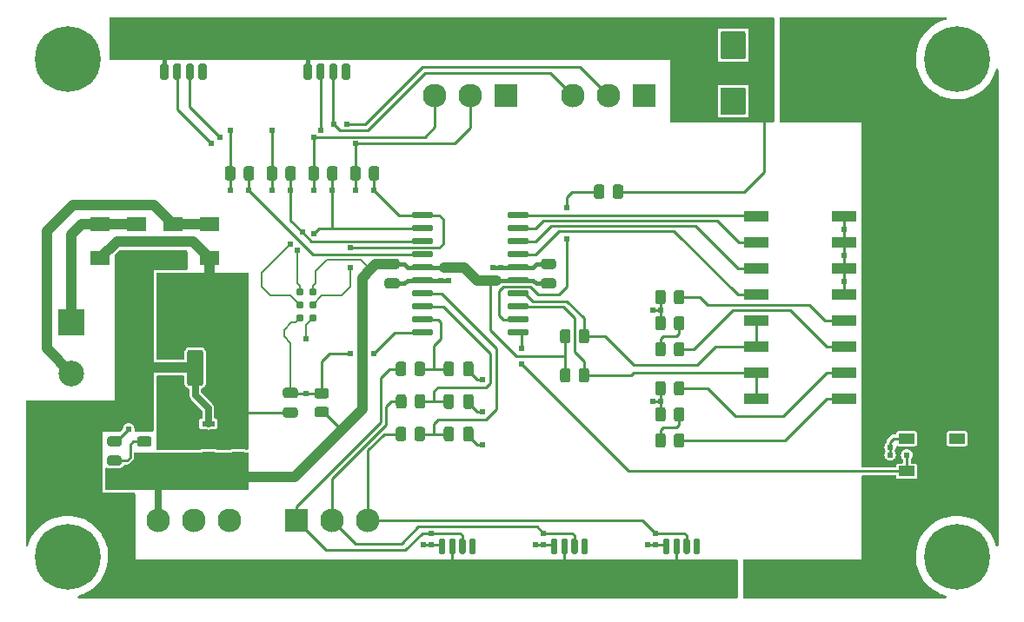
<source format=gtl>
G04 #@! TF.GenerationSoftware,KiCad,Pcbnew,6.0.10-86aedd382b~118~ubuntu18.04.1*
G04 #@! TF.CreationDate,2024-12-06T10:51:47-07:00*
G04 #@! TF.ProjectId,ckt-iiab,636b742d-6969-4616-922e-6b696361645f,rev?*
G04 #@! TF.SameCoordinates,Original*
G04 #@! TF.FileFunction,Copper,L1,Top*
G04 #@! TF.FilePolarity,Positive*
%FSLAX46Y46*%
G04 Gerber Fmt 4.6, Leading zero omitted, Abs format (unit mm)*
G04 Created by KiCad (PCBNEW 6.0.10-86aedd382b~118~ubuntu18.04.1) date 2024-12-06 10:51:47*
%MOMM*%
%LPD*%
G01*
G04 APERTURE LIST*
G04 #@! TA.AperFunction,ComponentPad*
%ADD10R,2.300000X2.300000*%
G04 #@! TD*
G04 #@! TA.AperFunction,ComponentPad*
%ADD11C,2.300000*%
G04 #@! TD*
G04 #@! TA.AperFunction,ComponentPad*
%ADD12C,6.400000*%
G04 #@! TD*
G04 #@! TA.AperFunction,SMDPad,CuDef*
%ADD13R,1.900000X1.400000*%
G04 #@! TD*
G04 #@! TA.AperFunction,SMDPad,CuDef*
%ADD14R,2.440000X1.120000*%
G04 #@! TD*
G04 #@! TA.AperFunction,ConnectorPad*
%ADD15C,0.787400*%
G04 #@! TD*
G04 #@! TA.AperFunction,ComponentPad*
%ADD16R,2.500000X2.500000*%
G04 #@! TD*
G04 #@! TA.AperFunction,ComponentPad*
%ADD17C,2.500000*%
G04 #@! TD*
G04 #@! TA.AperFunction,SMDPad,CuDef*
%ADD18R,1.193800X2.489200*%
G04 #@! TD*
G04 #@! TA.AperFunction,SMDPad,CuDef*
%ADD19R,1.300000X0.550000*%
G04 #@! TD*
G04 #@! TA.AperFunction,SMDPad,CuDef*
%ADD20R,1.500000X1.000000*%
G04 #@! TD*
G04 #@! TA.AperFunction,ViaPad*
%ADD21C,0.609600*%
G04 #@! TD*
G04 #@! TA.AperFunction,Conductor*
%ADD22C,0.635000*%
G04 #@! TD*
G04 #@! TA.AperFunction,Conductor*
%ADD23C,0.254000*%
G04 #@! TD*
G04 #@! TA.AperFunction,Conductor*
%ADD24C,1.016000*%
G04 #@! TD*
G04 #@! TA.AperFunction,Conductor*
%ADD25C,0.457200*%
G04 #@! TD*
G04 #@! TA.AperFunction,Conductor*
%ADD26C,0.203200*%
G04 #@! TD*
G04 #@! TA.AperFunction,Conductor*
%ADD27C,0.508000*%
G04 #@! TD*
G04 APERTURE END LIST*
G04 #@! TA.AperFunction,SMDPad,CuDef*
G36*
G01*
X101760000Y-106246000D02*
X102710000Y-106246000D01*
G75*
G02*
X102960000Y-106496000I0J-250000D01*
G01*
X102960000Y-106996000D01*
G75*
G02*
X102710000Y-107246000I-250000J0D01*
G01*
X101760000Y-107246000D01*
G75*
G02*
X101510000Y-106996000I0J250000D01*
G01*
X101510000Y-106496000D01*
G75*
G02*
X101760000Y-106246000I250000J0D01*
G01*
G37*
G04 #@! TD.AperFunction*
G04 #@! TA.AperFunction,SMDPad,CuDef*
G36*
G01*
X101760000Y-108146000D02*
X102710000Y-108146000D01*
G75*
G02*
X102960000Y-108396000I0J-250000D01*
G01*
X102960000Y-108896000D01*
G75*
G02*
X102710000Y-109146000I-250000J0D01*
G01*
X101760000Y-109146000D01*
G75*
G02*
X101510000Y-108896000I0J250000D01*
G01*
X101510000Y-108396000D01*
G75*
G02*
X101760000Y-108146000I250000J0D01*
G01*
G37*
G04 #@! TD.AperFunction*
G04 #@! TA.AperFunction,SMDPad,CuDef*
G36*
G01*
X138535000Y-122323000D02*
X138535000Y-121073000D01*
G75*
G02*
X138685000Y-120923000I150000J0D01*
G01*
X138985000Y-120923000D01*
G75*
G02*
X139135000Y-121073000I0J-150000D01*
G01*
X139135000Y-122323000D01*
G75*
G02*
X138985000Y-122473000I-150000J0D01*
G01*
X138685000Y-122473000D01*
G75*
G02*
X138535000Y-122323000I0J150000D01*
G01*
G37*
G04 #@! TD.AperFunction*
G04 #@! TA.AperFunction,SMDPad,CuDef*
G36*
G01*
X139535000Y-122323000D02*
X139535000Y-121073000D01*
G75*
G02*
X139685000Y-120923000I150000J0D01*
G01*
X139985000Y-120923000D01*
G75*
G02*
X140135000Y-121073000I0J-150000D01*
G01*
X140135000Y-122323000D01*
G75*
G02*
X139985000Y-122473000I-150000J0D01*
G01*
X139685000Y-122473000D01*
G75*
G02*
X139535000Y-122323000I0J150000D01*
G01*
G37*
G04 #@! TD.AperFunction*
G04 #@! TA.AperFunction,SMDPad,CuDef*
G36*
G01*
X140535000Y-122323000D02*
X140535000Y-121073000D01*
G75*
G02*
X140685000Y-120923000I150000J0D01*
G01*
X140985000Y-120923000D01*
G75*
G02*
X141135000Y-121073000I0J-150000D01*
G01*
X141135000Y-122323000D01*
G75*
G02*
X140985000Y-122473000I-150000J0D01*
G01*
X140685000Y-122473000D01*
G75*
G02*
X140535000Y-122323000I0J150000D01*
G01*
G37*
G04 #@! TD.AperFunction*
G04 #@! TA.AperFunction,SMDPad,CuDef*
G36*
G01*
X141535000Y-122323000D02*
X141535000Y-121073000D01*
G75*
G02*
X141685000Y-120923000I150000J0D01*
G01*
X141985000Y-120923000D01*
G75*
G02*
X142135000Y-121073000I0J-150000D01*
G01*
X142135000Y-122323000D01*
G75*
G02*
X141985000Y-122473000I-150000J0D01*
G01*
X141685000Y-122473000D01*
G75*
G02*
X141535000Y-122323000I0J150000D01*
G01*
G37*
G04 #@! TD.AperFunction*
G04 #@! TA.AperFunction,SMDPad,CuDef*
G36*
G01*
X142535000Y-126223000D02*
X142535000Y-124923000D01*
G75*
G02*
X142785000Y-124673000I250000J0D01*
G01*
X143485000Y-124673000D01*
G75*
G02*
X143735000Y-124923000I0J-250000D01*
G01*
X143735000Y-126223000D01*
G75*
G02*
X143485000Y-126473000I-250000J0D01*
G01*
X142785000Y-126473000D01*
G75*
G02*
X142535000Y-126223000I0J250000D01*
G01*
G37*
G04 #@! TD.AperFunction*
G04 #@! TA.AperFunction,SMDPad,CuDef*
G36*
G01*
X136935000Y-126223000D02*
X136935000Y-124923000D01*
G75*
G02*
X137185000Y-124673000I250000J0D01*
G01*
X137885000Y-124673000D01*
G75*
G02*
X138135000Y-124923000I0J-250000D01*
G01*
X138135000Y-126223000D01*
G75*
G02*
X137885000Y-126473000I-250000J0D01*
G01*
X137185000Y-126473000D01*
G75*
G02*
X136935000Y-126223000I0J250000D01*
G01*
G37*
G04 #@! TD.AperFunction*
G04 #@! TA.AperFunction,SMDPad,CuDef*
G36*
G01*
X140617000Y-99499000D02*
X140617000Y-100399000D01*
G75*
G02*
X140367000Y-100649000I-250000J0D01*
G01*
X139842000Y-100649000D01*
G75*
G02*
X139592000Y-100399000I0J250000D01*
G01*
X139592000Y-99499000D01*
G75*
G02*
X139842000Y-99249000I250000J0D01*
G01*
X140367000Y-99249000D01*
G75*
G02*
X140617000Y-99499000I0J-250000D01*
G01*
G37*
G04 #@! TD.AperFunction*
G04 #@! TA.AperFunction,SMDPad,CuDef*
G36*
G01*
X138792000Y-99499000D02*
X138792000Y-100399000D01*
G75*
G02*
X138542000Y-100649000I-250000J0D01*
G01*
X138017000Y-100649000D01*
G75*
G02*
X137767000Y-100399000I0J250000D01*
G01*
X137767000Y-99499000D01*
G75*
G02*
X138017000Y-99249000I250000J0D01*
G01*
X138542000Y-99249000D01*
G75*
G02*
X138792000Y-99499000I0J-250000D01*
G01*
G37*
G04 #@! TD.AperFunction*
G04 #@! TA.AperFunction,SMDPad,CuDef*
G36*
G01*
X98707000Y-84894000D02*
X98707000Y-85794000D01*
G75*
G02*
X98457000Y-86044000I-250000J0D01*
G01*
X97932000Y-86044000D01*
G75*
G02*
X97682000Y-85794000I0J250000D01*
G01*
X97682000Y-84894000D01*
G75*
G02*
X97932000Y-84644000I250000J0D01*
G01*
X98457000Y-84644000D01*
G75*
G02*
X98707000Y-84894000I0J-250000D01*
G01*
G37*
G04 #@! TD.AperFunction*
G04 #@! TA.AperFunction,SMDPad,CuDef*
G36*
G01*
X96882000Y-84894000D02*
X96882000Y-85794000D01*
G75*
G02*
X96632000Y-86044000I-250000J0D01*
G01*
X96107000Y-86044000D01*
G75*
G02*
X95857000Y-85794000I0J250000D01*
G01*
X95857000Y-84894000D01*
G75*
G02*
X96107000Y-84644000I250000J0D01*
G01*
X96632000Y-84644000D01*
G75*
G02*
X96882000Y-84894000I0J-250000D01*
G01*
G37*
G04 #@! TD.AperFunction*
D10*
X123261000Y-77724000D03*
D11*
X119761000Y-77724000D03*
X116261000Y-77724000D03*
G04 #@! TA.AperFunction,SMDPad,CuDef*
G36*
G01*
X117168000Y-111219000D02*
X117168000Y-110269000D01*
G75*
G02*
X117418000Y-110019000I250000J0D01*
G01*
X117918000Y-110019000D01*
G75*
G02*
X118168000Y-110269000I0J-250000D01*
G01*
X118168000Y-111219000D01*
G75*
G02*
X117918000Y-111469000I-250000J0D01*
G01*
X117418000Y-111469000D01*
G75*
G02*
X117168000Y-111219000I0J250000D01*
G01*
G37*
G04 #@! TD.AperFunction*
G04 #@! TA.AperFunction,SMDPad,CuDef*
G36*
G01*
X119068000Y-111219000D02*
X119068000Y-110269000D01*
G75*
G02*
X119318000Y-110019000I250000J0D01*
G01*
X119818000Y-110019000D01*
G75*
G02*
X120068000Y-110269000I0J-250000D01*
G01*
X120068000Y-111219000D01*
G75*
G02*
X119818000Y-111469000I-250000J0D01*
G01*
X119318000Y-111469000D01*
G75*
G02*
X119068000Y-111219000I0J250000D01*
G01*
G37*
G04 #@! TD.AperFunction*
D12*
X167132000Y-122682000D03*
G04 #@! TA.AperFunction,SMDPad,CuDef*
G36*
G01*
X104833000Y-106271000D02*
X105733000Y-106271000D01*
G75*
G02*
X105983000Y-106521000I0J-250000D01*
G01*
X105983000Y-107046000D01*
G75*
G02*
X105733000Y-107296000I-250000J0D01*
G01*
X104833000Y-107296000D01*
G75*
G02*
X104583000Y-107046000I0J250000D01*
G01*
X104583000Y-106521000D01*
G75*
G02*
X104833000Y-106271000I250000J0D01*
G01*
G37*
G04 #@! TD.AperFunction*
G04 #@! TA.AperFunction,SMDPad,CuDef*
G36*
G01*
X104833000Y-108096000D02*
X105733000Y-108096000D01*
G75*
G02*
X105983000Y-108346000I0J-250000D01*
G01*
X105983000Y-108871000D01*
G75*
G02*
X105733000Y-109121000I-250000J0D01*
G01*
X104833000Y-109121000D01*
G75*
G02*
X104583000Y-108871000I0J250000D01*
G01*
X104583000Y-108346000D01*
G75*
G02*
X104833000Y-108096000I250000J0D01*
G01*
G37*
G04 #@! TD.AperFunction*
G04 #@! TA.AperFunction,SMDPad,CuDef*
G36*
G01*
X115367500Y-107119000D02*
X115367500Y-108019000D01*
G75*
G02*
X115117500Y-108269000I-250000J0D01*
G01*
X114592500Y-108269000D01*
G75*
G02*
X114342500Y-108019000I0J250000D01*
G01*
X114342500Y-107119000D01*
G75*
G02*
X114592500Y-106869000I250000J0D01*
G01*
X115117500Y-106869000D01*
G75*
G02*
X115367500Y-107119000I0J-250000D01*
G01*
G37*
G04 #@! TD.AperFunction*
G04 #@! TA.AperFunction,SMDPad,CuDef*
G36*
G01*
X113542500Y-107119000D02*
X113542500Y-108019000D01*
G75*
G02*
X113292500Y-108269000I-250000J0D01*
G01*
X112767500Y-108269000D01*
G75*
G02*
X112517500Y-108019000I0J250000D01*
G01*
X112517500Y-107119000D01*
G75*
G02*
X112767500Y-106869000I250000J0D01*
G01*
X113292500Y-106869000D01*
G75*
G02*
X113542500Y-107119000I0J-250000D01*
G01*
G37*
G04 #@! TD.AperFunction*
X167132000Y-74168000D03*
G04 #@! TA.AperFunction,SMDPad,CuDef*
G36*
G01*
X106835000Y-84894000D02*
X106835000Y-85794000D01*
G75*
G02*
X106585000Y-86044000I-250000J0D01*
G01*
X106060000Y-86044000D01*
G75*
G02*
X105810000Y-85794000I0J250000D01*
G01*
X105810000Y-84894000D01*
G75*
G02*
X106060000Y-84644000I250000J0D01*
G01*
X106585000Y-84644000D01*
G75*
G02*
X106835000Y-84894000I0J-250000D01*
G01*
G37*
G04 #@! TD.AperFunction*
G04 #@! TA.AperFunction,SMDPad,CuDef*
G36*
G01*
X105010000Y-84894000D02*
X105010000Y-85794000D01*
G75*
G02*
X104760000Y-86044000I-250000J0D01*
G01*
X104235000Y-86044000D01*
G75*
G02*
X103985000Y-85794000I0J250000D01*
G01*
X103985000Y-84894000D01*
G75*
G02*
X104235000Y-84644000I250000J0D01*
G01*
X104760000Y-84644000D01*
G75*
G02*
X105010000Y-84894000I0J-250000D01*
G01*
G37*
G04 #@! TD.AperFunction*
D13*
X87249000Y-93598000D03*
X87249000Y-90298000D03*
G04 #@! TA.AperFunction,SMDPad,CuDef*
G36*
G01*
X140617000Y-102039000D02*
X140617000Y-102939000D01*
G75*
G02*
X140367000Y-103189000I-250000J0D01*
G01*
X139842000Y-103189000D01*
G75*
G02*
X139592000Y-102939000I0J250000D01*
G01*
X139592000Y-102039000D01*
G75*
G02*
X139842000Y-101789000I250000J0D01*
G01*
X140367000Y-101789000D01*
G75*
G02*
X140617000Y-102039000I0J-250000D01*
G01*
G37*
G04 #@! TD.AperFunction*
G04 #@! TA.AperFunction,SMDPad,CuDef*
G36*
G01*
X138792000Y-102039000D02*
X138792000Y-102939000D01*
G75*
G02*
X138542000Y-103189000I-250000J0D01*
G01*
X138017000Y-103189000D01*
G75*
G02*
X137767000Y-102939000I0J250000D01*
G01*
X137767000Y-102039000D01*
G75*
G02*
X138017000Y-101789000I250000J0D01*
G01*
X138542000Y-101789000D01*
G75*
G02*
X138792000Y-102039000I0J-250000D01*
G01*
G37*
G04 #@! TD.AperFunction*
G04 #@! TA.AperFunction,SMDPad,CuDef*
G36*
G01*
X127856000Y-96573000D02*
X126906000Y-96573000D01*
G75*
G02*
X126656000Y-96323000I0J250000D01*
G01*
X126656000Y-95823000D01*
G75*
G02*
X126906000Y-95573000I250000J0D01*
G01*
X127856000Y-95573000D01*
G75*
G02*
X128106000Y-95823000I0J-250000D01*
G01*
X128106000Y-96323000D01*
G75*
G02*
X127856000Y-96573000I-250000J0D01*
G01*
G37*
G04 #@! TD.AperFunction*
G04 #@! TA.AperFunction,SMDPad,CuDef*
G36*
G01*
X127856000Y-94673000D02*
X126906000Y-94673000D01*
G75*
G02*
X126656000Y-94423000I0J250000D01*
G01*
X126656000Y-93923000D01*
G75*
G02*
X126906000Y-93673000I250000J0D01*
G01*
X127856000Y-93673000D01*
G75*
G02*
X128106000Y-93923000I0J-250000D01*
G01*
X128106000Y-94423000D01*
G75*
G02*
X127856000Y-94673000I-250000J0D01*
G01*
G37*
G04 #@! TD.AperFunction*
G04 #@! TA.AperFunction,SMDPad,CuDef*
G36*
G01*
X93514000Y-106050000D02*
X92414000Y-106050000D01*
G75*
G02*
X92164000Y-105800000I0J250000D01*
G01*
X92164000Y-102800000D01*
G75*
G02*
X92414000Y-102550000I250000J0D01*
G01*
X93514000Y-102550000D01*
G75*
G02*
X93764000Y-102800000I0J-250000D01*
G01*
X93764000Y-105800000D01*
G75*
G02*
X93514000Y-106050000I-250000J0D01*
G01*
G37*
G04 #@! TD.AperFunction*
G04 #@! TA.AperFunction,SMDPad,CuDef*
G36*
G01*
X93514000Y-100650000D02*
X92414000Y-100650000D01*
G75*
G02*
X92164000Y-100400000I0J250000D01*
G01*
X92164000Y-97400000D01*
G75*
G02*
X92414000Y-97150000I250000J0D01*
G01*
X93514000Y-97150000D01*
G75*
G02*
X93764000Y-97400000I0J-250000D01*
G01*
X93764000Y-100400000D01*
G75*
G02*
X93514000Y-100650000I-250000J0D01*
G01*
G37*
G04 #@! TD.AperFunction*
G04 #@! TA.AperFunction,SMDPad,CuDef*
G36*
G01*
X131346000Y-100769000D02*
X131346000Y-101669000D01*
G75*
G02*
X131096000Y-101919000I-250000J0D01*
G01*
X130571000Y-101919000D01*
G75*
G02*
X130321000Y-101669000I0J250000D01*
G01*
X130321000Y-100769000D01*
G75*
G02*
X130571000Y-100519000I250000J0D01*
G01*
X131096000Y-100519000D01*
G75*
G02*
X131346000Y-100769000I0J-250000D01*
G01*
G37*
G04 #@! TD.AperFunction*
G04 #@! TA.AperFunction,SMDPad,CuDef*
G36*
G01*
X129521000Y-100769000D02*
X129521000Y-101669000D01*
G75*
G02*
X129271000Y-101919000I-250000J0D01*
G01*
X128746000Y-101919000D01*
G75*
G02*
X128496000Y-101669000I0J250000D01*
G01*
X128496000Y-100769000D01*
G75*
G02*
X128746000Y-100519000I250000J0D01*
G01*
X129271000Y-100519000D01*
G75*
G02*
X129521000Y-100769000I0J-250000D01*
G01*
G37*
G04 #@! TD.AperFunction*
G04 #@! TA.AperFunction,SMDPad,CuDef*
G36*
G01*
X116691000Y-122323000D02*
X116691000Y-121073000D01*
G75*
G02*
X116841000Y-120923000I150000J0D01*
G01*
X117141000Y-120923000D01*
G75*
G02*
X117291000Y-121073000I0J-150000D01*
G01*
X117291000Y-122323000D01*
G75*
G02*
X117141000Y-122473000I-150000J0D01*
G01*
X116841000Y-122473000D01*
G75*
G02*
X116691000Y-122323000I0J150000D01*
G01*
G37*
G04 #@! TD.AperFunction*
G04 #@! TA.AperFunction,SMDPad,CuDef*
G36*
G01*
X117691000Y-122323000D02*
X117691000Y-121073000D01*
G75*
G02*
X117841000Y-120923000I150000J0D01*
G01*
X118141000Y-120923000D01*
G75*
G02*
X118291000Y-121073000I0J-150000D01*
G01*
X118291000Y-122323000D01*
G75*
G02*
X118141000Y-122473000I-150000J0D01*
G01*
X117841000Y-122473000D01*
G75*
G02*
X117691000Y-122323000I0J150000D01*
G01*
G37*
G04 #@! TD.AperFunction*
G04 #@! TA.AperFunction,SMDPad,CuDef*
G36*
G01*
X118691000Y-122323000D02*
X118691000Y-121073000D01*
G75*
G02*
X118841000Y-120923000I150000J0D01*
G01*
X119141000Y-120923000D01*
G75*
G02*
X119291000Y-121073000I0J-150000D01*
G01*
X119291000Y-122323000D01*
G75*
G02*
X119141000Y-122473000I-150000J0D01*
G01*
X118841000Y-122473000D01*
G75*
G02*
X118691000Y-122323000I0J150000D01*
G01*
G37*
G04 #@! TD.AperFunction*
G04 #@! TA.AperFunction,SMDPad,CuDef*
G36*
G01*
X119691000Y-122323000D02*
X119691000Y-121073000D01*
G75*
G02*
X119841000Y-120923000I150000J0D01*
G01*
X120141000Y-120923000D01*
G75*
G02*
X120291000Y-121073000I0J-150000D01*
G01*
X120291000Y-122323000D01*
G75*
G02*
X120141000Y-122473000I-150000J0D01*
G01*
X119841000Y-122473000D01*
G75*
G02*
X119691000Y-122323000I0J150000D01*
G01*
G37*
G04 #@! TD.AperFunction*
G04 #@! TA.AperFunction,SMDPad,CuDef*
G36*
G01*
X115091000Y-126223000D02*
X115091000Y-124923000D01*
G75*
G02*
X115341000Y-124673000I250000J0D01*
G01*
X116041000Y-124673000D01*
G75*
G02*
X116291000Y-124923000I0J-250000D01*
G01*
X116291000Y-126223000D01*
G75*
G02*
X116041000Y-126473000I-250000J0D01*
G01*
X115341000Y-126473000D01*
G75*
G02*
X115091000Y-126223000I0J250000D01*
G01*
G37*
G04 #@! TD.AperFunction*
G04 #@! TA.AperFunction,SMDPad,CuDef*
G36*
G01*
X120691000Y-126223000D02*
X120691000Y-124923000D01*
G75*
G02*
X120941000Y-124673000I250000J0D01*
G01*
X121641000Y-124673000D01*
G75*
G02*
X121891000Y-124923000I0J-250000D01*
G01*
X121891000Y-126223000D01*
G75*
G02*
X121641000Y-126473000I-250000J0D01*
G01*
X120941000Y-126473000D01*
G75*
G02*
X120691000Y-126223000I0J250000D01*
G01*
G37*
G04 #@! TD.AperFunction*
G04 #@! TA.AperFunction,SMDPad,CuDef*
G36*
G01*
X134648000Y-86672000D02*
X134648000Y-87572000D01*
G75*
G02*
X134398000Y-87822000I-250000J0D01*
G01*
X133873000Y-87822000D01*
G75*
G02*
X133623000Y-87572000I0J250000D01*
G01*
X133623000Y-86672000D01*
G75*
G02*
X133873000Y-86422000I250000J0D01*
G01*
X134398000Y-86422000D01*
G75*
G02*
X134648000Y-86672000I0J-250000D01*
G01*
G37*
G04 #@! TD.AperFunction*
G04 #@! TA.AperFunction,SMDPad,CuDef*
G36*
G01*
X132823000Y-86672000D02*
X132823000Y-87572000D01*
G75*
G02*
X132573000Y-87822000I-250000J0D01*
G01*
X132048000Y-87822000D01*
G75*
G02*
X131798000Y-87572000I0J250000D01*
G01*
X131798000Y-86672000D01*
G75*
G02*
X132048000Y-86422000I250000J0D01*
G01*
X132573000Y-86422000D01*
G75*
G02*
X132823000Y-86672000I0J-250000D01*
G01*
G37*
G04 #@! TD.AperFunction*
G04 #@! TA.AperFunction,SMDPad,CuDef*
G36*
G01*
X115344000Y-103944000D02*
X115344000Y-104844000D01*
G75*
G02*
X115094000Y-105094000I-250000J0D01*
G01*
X114569000Y-105094000D01*
G75*
G02*
X114319000Y-104844000I0J250000D01*
G01*
X114319000Y-103944000D01*
G75*
G02*
X114569000Y-103694000I250000J0D01*
G01*
X115094000Y-103694000D01*
G75*
G02*
X115344000Y-103944000I0J-250000D01*
G01*
G37*
G04 #@! TD.AperFunction*
G04 #@! TA.AperFunction,SMDPad,CuDef*
G36*
G01*
X113519000Y-103944000D02*
X113519000Y-104844000D01*
G75*
G02*
X113269000Y-105094000I-250000J0D01*
G01*
X112744000Y-105094000D01*
G75*
G02*
X112494000Y-104844000I0J250000D01*
G01*
X112494000Y-103944000D01*
G75*
G02*
X112744000Y-103694000I250000J0D01*
G01*
X113269000Y-103694000D01*
G75*
G02*
X113519000Y-103944000I0J-250000D01*
G01*
G37*
G04 #@! TD.AperFunction*
D12*
X80518000Y-122682000D03*
G04 #@! TA.AperFunction,SMDPad,CuDef*
G36*
G01*
X110899000Y-84894000D02*
X110899000Y-85794000D01*
G75*
G02*
X110649000Y-86044000I-250000J0D01*
G01*
X110124000Y-86044000D01*
G75*
G02*
X109874000Y-85794000I0J250000D01*
G01*
X109874000Y-84894000D01*
G75*
G02*
X110124000Y-84644000I250000J0D01*
G01*
X110649000Y-84644000D01*
G75*
G02*
X110899000Y-84894000I0J-250000D01*
G01*
G37*
G04 #@! TD.AperFunction*
G04 #@! TA.AperFunction,SMDPad,CuDef*
G36*
G01*
X109074000Y-84894000D02*
X109074000Y-85794000D01*
G75*
G02*
X108824000Y-86044000I-250000J0D01*
G01*
X108299000Y-86044000D01*
G75*
G02*
X108049000Y-85794000I0J250000D01*
G01*
X108049000Y-84894000D01*
G75*
G02*
X108299000Y-84644000I250000J0D01*
G01*
X108824000Y-84644000D01*
G75*
G02*
X109074000Y-84894000I0J-250000D01*
G01*
G37*
G04 #@! TD.AperFunction*
X80518000Y-74168000D03*
D13*
X94361000Y-90298000D03*
X94361000Y-93598000D03*
X83693000Y-90298000D03*
X83693000Y-93598000D03*
D14*
X156197000Y-107315000D03*
X156197000Y-104775000D03*
X156197000Y-102235000D03*
X156197000Y-99695000D03*
X156197000Y-97155000D03*
X156197000Y-94615000D03*
X156197000Y-92075000D03*
X156197000Y-89535000D03*
X147587000Y-89535000D03*
X147587000Y-92075000D03*
X147587000Y-94615000D03*
X147587000Y-97155000D03*
X147587000Y-99695000D03*
X147587000Y-102235000D03*
X147587000Y-104775000D03*
X147587000Y-107315000D03*
G04 #@! TA.AperFunction,SMDPad,CuDef*
G36*
G01*
X117168000Y-104869000D02*
X117168000Y-103919000D01*
G75*
G02*
X117418000Y-103669000I250000J0D01*
G01*
X117918000Y-103669000D01*
G75*
G02*
X118168000Y-103919000I0J-250000D01*
G01*
X118168000Y-104869000D01*
G75*
G02*
X117918000Y-105119000I-250000J0D01*
G01*
X117418000Y-105119000D01*
G75*
G02*
X117168000Y-104869000I0J250000D01*
G01*
G37*
G04 #@! TD.AperFunction*
G04 #@! TA.AperFunction,SMDPad,CuDef*
G36*
G01*
X119068000Y-104869000D02*
X119068000Y-103919000D01*
G75*
G02*
X119318000Y-103669000I250000J0D01*
G01*
X119818000Y-103669000D01*
G75*
G02*
X120068000Y-103919000I0J-250000D01*
G01*
X120068000Y-104869000D01*
G75*
G02*
X119818000Y-105119000I-250000J0D01*
G01*
X119318000Y-105119000D01*
G75*
G02*
X119068000Y-104869000I0J250000D01*
G01*
G37*
G04 #@! TD.AperFunction*
G04 #@! TA.AperFunction,SMDPad,CuDef*
G36*
G01*
X84633750Y-110970000D02*
X85546250Y-110970000D01*
G75*
G02*
X85790000Y-111213750I0J-243750D01*
G01*
X85790000Y-111701250D01*
G75*
G02*
X85546250Y-111945000I-243750J0D01*
G01*
X84633750Y-111945000D01*
G75*
G02*
X84390000Y-111701250I0J243750D01*
G01*
X84390000Y-111213750D01*
G75*
G02*
X84633750Y-110970000I243750J0D01*
G01*
G37*
G04 #@! TD.AperFunction*
G04 #@! TA.AperFunction,SMDPad,CuDef*
G36*
G01*
X84633750Y-112845000D02*
X85546250Y-112845000D01*
G75*
G02*
X85790000Y-113088750I0J-243750D01*
G01*
X85790000Y-113576250D01*
G75*
G02*
X85546250Y-113820000I-243750J0D01*
G01*
X84633750Y-113820000D01*
G75*
G02*
X84390000Y-113576250I0J243750D01*
G01*
X84390000Y-113088750D01*
G75*
G02*
X84633750Y-112845000I243750J0D01*
G01*
G37*
G04 #@! TD.AperFunction*
G04 #@! TA.AperFunction,SMDPad,CuDef*
G36*
G01*
X102771000Y-84894000D02*
X102771000Y-85794000D01*
G75*
G02*
X102521000Y-86044000I-250000J0D01*
G01*
X101996000Y-86044000D01*
G75*
G02*
X101746000Y-85794000I0J250000D01*
G01*
X101746000Y-84894000D01*
G75*
G02*
X101996000Y-84644000I250000J0D01*
G01*
X102521000Y-84644000D01*
G75*
G02*
X102771000Y-84894000I0J-250000D01*
G01*
G37*
G04 #@! TD.AperFunction*
G04 #@! TA.AperFunction,SMDPad,CuDef*
G36*
G01*
X100946000Y-84894000D02*
X100946000Y-85794000D01*
G75*
G02*
X100696000Y-86044000I-250000J0D01*
G01*
X100171000Y-86044000D01*
G75*
G02*
X99921000Y-85794000I0J250000D01*
G01*
X99921000Y-84894000D01*
G75*
G02*
X100171000Y-84644000I250000J0D01*
G01*
X100696000Y-84644000D01*
G75*
G02*
X100946000Y-84894000I0J-250000D01*
G01*
G37*
G04 #@! TD.AperFunction*
D15*
X103124000Y-96897000D03*
X104394000Y-96897000D03*
X103124000Y-98167000D03*
X104394000Y-98167000D03*
X103124000Y-99437000D03*
X104394000Y-99437000D03*
G04 #@! TA.AperFunction,SMDPad,CuDef*
G36*
G01*
X140617000Y-108389000D02*
X140617000Y-109289000D01*
G75*
G02*
X140367000Y-109539000I-250000J0D01*
G01*
X139842000Y-109539000D01*
G75*
G02*
X139592000Y-109289000I0J250000D01*
G01*
X139592000Y-108389000D01*
G75*
G02*
X139842000Y-108139000I250000J0D01*
G01*
X140367000Y-108139000D01*
G75*
G02*
X140617000Y-108389000I0J-250000D01*
G01*
G37*
G04 #@! TD.AperFunction*
G04 #@! TA.AperFunction,SMDPad,CuDef*
G36*
G01*
X138792000Y-108389000D02*
X138792000Y-109289000D01*
G75*
G02*
X138542000Y-109539000I-250000J0D01*
G01*
X138017000Y-109539000D01*
G75*
G02*
X137767000Y-109289000I0J250000D01*
G01*
X137767000Y-108389000D01*
G75*
G02*
X138017000Y-108139000I250000J0D01*
G01*
X138542000Y-108139000D01*
G75*
G02*
X138792000Y-108389000I0J-250000D01*
G01*
G37*
G04 #@! TD.AperFunction*
D16*
X80899000Y-99822000D03*
D17*
X80899000Y-104822000D03*
G04 #@! TA.AperFunction,SMDPad,CuDef*
G36*
G01*
X140617000Y-96959000D02*
X140617000Y-97859000D01*
G75*
G02*
X140367000Y-98109000I-250000J0D01*
G01*
X139842000Y-98109000D01*
G75*
G02*
X139592000Y-97859000I0J250000D01*
G01*
X139592000Y-96959000D01*
G75*
G02*
X139842000Y-96709000I250000J0D01*
G01*
X140367000Y-96709000D01*
G75*
G02*
X140617000Y-96959000I0J-250000D01*
G01*
G37*
G04 #@! TD.AperFunction*
G04 #@! TA.AperFunction,SMDPad,CuDef*
G36*
G01*
X138792000Y-96959000D02*
X138792000Y-97859000D01*
G75*
G02*
X138542000Y-98109000I-250000J0D01*
G01*
X138017000Y-98109000D01*
G75*
G02*
X137767000Y-97859000I0J250000D01*
G01*
X137767000Y-96959000D01*
G75*
G02*
X138017000Y-96709000I250000J0D01*
G01*
X138542000Y-96709000D01*
G75*
G02*
X138792000Y-96959000I0J-250000D01*
G01*
G37*
G04 #@! TD.AperFunction*
G04 #@! TA.AperFunction,SMDPad,CuDef*
G36*
G01*
X131346000Y-104579000D02*
X131346000Y-105479000D01*
G75*
G02*
X131096000Y-105729000I-250000J0D01*
G01*
X130571000Y-105729000D01*
G75*
G02*
X130321000Y-105479000I0J250000D01*
G01*
X130321000Y-104579000D01*
G75*
G02*
X130571000Y-104329000I250000J0D01*
G01*
X131096000Y-104329000D01*
G75*
G02*
X131346000Y-104579000I0J-250000D01*
G01*
G37*
G04 #@! TD.AperFunction*
G04 #@! TA.AperFunction,SMDPad,CuDef*
G36*
G01*
X129521000Y-104579000D02*
X129521000Y-105479000D01*
G75*
G02*
X129271000Y-105729000I-250000J0D01*
G01*
X128746000Y-105729000D01*
G75*
G02*
X128496000Y-105479000I0J250000D01*
G01*
X128496000Y-104579000D01*
G75*
G02*
X128746000Y-104329000I250000J0D01*
G01*
X129271000Y-104329000D01*
G75*
G02*
X129521000Y-104579000I0J-250000D01*
G01*
G37*
G04 #@! TD.AperFunction*
G04 #@! TA.AperFunction,SMDPad,CuDef*
G36*
G01*
X114086000Y-89558000D02*
X114086000Y-89258000D01*
G75*
G02*
X114236000Y-89108000I150000J0D01*
G01*
X115986000Y-89108000D01*
G75*
G02*
X116136000Y-89258000I0J-150000D01*
G01*
X116136000Y-89558000D01*
G75*
G02*
X115986000Y-89708000I-150000J0D01*
G01*
X114236000Y-89708000D01*
G75*
G02*
X114086000Y-89558000I0J150000D01*
G01*
G37*
G04 #@! TD.AperFunction*
G04 #@! TA.AperFunction,SMDPad,CuDef*
G36*
G01*
X114086000Y-90828000D02*
X114086000Y-90528000D01*
G75*
G02*
X114236000Y-90378000I150000J0D01*
G01*
X115986000Y-90378000D01*
G75*
G02*
X116136000Y-90528000I0J-150000D01*
G01*
X116136000Y-90828000D01*
G75*
G02*
X115986000Y-90978000I-150000J0D01*
G01*
X114236000Y-90978000D01*
G75*
G02*
X114086000Y-90828000I0J150000D01*
G01*
G37*
G04 #@! TD.AperFunction*
G04 #@! TA.AperFunction,SMDPad,CuDef*
G36*
G01*
X114086000Y-92098000D02*
X114086000Y-91798000D01*
G75*
G02*
X114236000Y-91648000I150000J0D01*
G01*
X115986000Y-91648000D01*
G75*
G02*
X116136000Y-91798000I0J-150000D01*
G01*
X116136000Y-92098000D01*
G75*
G02*
X115986000Y-92248000I-150000J0D01*
G01*
X114236000Y-92248000D01*
G75*
G02*
X114086000Y-92098000I0J150000D01*
G01*
G37*
G04 #@! TD.AperFunction*
G04 #@! TA.AperFunction,SMDPad,CuDef*
G36*
G01*
X114086000Y-93368000D02*
X114086000Y-93068000D01*
G75*
G02*
X114236000Y-92918000I150000J0D01*
G01*
X115986000Y-92918000D01*
G75*
G02*
X116136000Y-93068000I0J-150000D01*
G01*
X116136000Y-93368000D01*
G75*
G02*
X115986000Y-93518000I-150000J0D01*
G01*
X114236000Y-93518000D01*
G75*
G02*
X114086000Y-93368000I0J150000D01*
G01*
G37*
G04 #@! TD.AperFunction*
G04 #@! TA.AperFunction,SMDPad,CuDef*
G36*
G01*
X114086000Y-94638000D02*
X114086000Y-94338000D01*
G75*
G02*
X114236000Y-94188000I150000J0D01*
G01*
X115986000Y-94188000D01*
G75*
G02*
X116136000Y-94338000I0J-150000D01*
G01*
X116136000Y-94638000D01*
G75*
G02*
X115986000Y-94788000I-150000J0D01*
G01*
X114236000Y-94788000D01*
G75*
G02*
X114086000Y-94638000I0J150000D01*
G01*
G37*
G04 #@! TD.AperFunction*
G04 #@! TA.AperFunction,SMDPad,CuDef*
G36*
G01*
X114086000Y-95908000D02*
X114086000Y-95608000D01*
G75*
G02*
X114236000Y-95458000I150000J0D01*
G01*
X115986000Y-95458000D01*
G75*
G02*
X116136000Y-95608000I0J-150000D01*
G01*
X116136000Y-95908000D01*
G75*
G02*
X115986000Y-96058000I-150000J0D01*
G01*
X114236000Y-96058000D01*
G75*
G02*
X114086000Y-95908000I0J150000D01*
G01*
G37*
G04 #@! TD.AperFunction*
G04 #@! TA.AperFunction,SMDPad,CuDef*
G36*
G01*
X114086000Y-97178000D02*
X114086000Y-96878000D01*
G75*
G02*
X114236000Y-96728000I150000J0D01*
G01*
X115986000Y-96728000D01*
G75*
G02*
X116136000Y-96878000I0J-150000D01*
G01*
X116136000Y-97178000D01*
G75*
G02*
X115986000Y-97328000I-150000J0D01*
G01*
X114236000Y-97328000D01*
G75*
G02*
X114086000Y-97178000I0J150000D01*
G01*
G37*
G04 #@! TD.AperFunction*
G04 #@! TA.AperFunction,SMDPad,CuDef*
G36*
G01*
X114086000Y-98448000D02*
X114086000Y-98148000D01*
G75*
G02*
X114236000Y-97998000I150000J0D01*
G01*
X115986000Y-97998000D01*
G75*
G02*
X116136000Y-98148000I0J-150000D01*
G01*
X116136000Y-98448000D01*
G75*
G02*
X115986000Y-98598000I-150000J0D01*
G01*
X114236000Y-98598000D01*
G75*
G02*
X114086000Y-98448000I0J150000D01*
G01*
G37*
G04 #@! TD.AperFunction*
G04 #@! TA.AperFunction,SMDPad,CuDef*
G36*
G01*
X114086000Y-99718000D02*
X114086000Y-99418000D01*
G75*
G02*
X114236000Y-99268000I150000J0D01*
G01*
X115986000Y-99268000D01*
G75*
G02*
X116136000Y-99418000I0J-150000D01*
G01*
X116136000Y-99718000D01*
G75*
G02*
X115986000Y-99868000I-150000J0D01*
G01*
X114236000Y-99868000D01*
G75*
G02*
X114086000Y-99718000I0J150000D01*
G01*
G37*
G04 #@! TD.AperFunction*
G04 #@! TA.AperFunction,SMDPad,CuDef*
G36*
G01*
X114086000Y-100988000D02*
X114086000Y-100688000D01*
G75*
G02*
X114236000Y-100538000I150000J0D01*
G01*
X115986000Y-100538000D01*
G75*
G02*
X116136000Y-100688000I0J-150000D01*
G01*
X116136000Y-100988000D01*
G75*
G02*
X115986000Y-101138000I-150000J0D01*
G01*
X114236000Y-101138000D01*
G75*
G02*
X114086000Y-100988000I0J150000D01*
G01*
G37*
G04 #@! TD.AperFunction*
G04 #@! TA.AperFunction,SMDPad,CuDef*
G36*
G01*
X123386000Y-100988000D02*
X123386000Y-100688000D01*
G75*
G02*
X123536000Y-100538000I150000J0D01*
G01*
X125286000Y-100538000D01*
G75*
G02*
X125436000Y-100688000I0J-150000D01*
G01*
X125436000Y-100988000D01*
G75*
G02*
X125286000Y-101138000I-150000J0D01*
G01*
X123536000Y-101138000D01*
G75*
G02*
X123386000Y-100988000I0J150000D01*
G01*
G37*
G04 #@! TD.AperFunction*
G04 #@! TA.AperFunction,SMDPad,CuDef*
G36*
G01*
X123386000Y-99718000D02*
X123386000Y-99418000D01*
G75*
G02*
X123536000Y-99268000I150000J0D01*
G01*
X125286000Y-99268000D01*
G75*
G02*
X125436000Y-99418000I0J-150000D01*
G01*
X125436000Y-99718000D01*
G75*
G02*
X125286000Y-99868000I-150000J0D01*
G01*
X123536000Y-99868000D01*
G75*
G02*
X123386000Y-99718000I0J150000D01*
G01*
G37*
G04 #@! TD.AperFunction*
G04 #@! TA.AperFunction,SMDPad,CuDef*
G36*
G01*
X123386000Y-98448000D02*
X123386000Y-98148000D01*
G75*
G02*
X123536000Y-97998000I150000J0D01*
G01*
X125286000Y-97998000D01*
G75*
G02*
X125436000Y-98148000I0J-150000D01*
G01*
X125436000Y-98448000D01*
G75*
G02*
X125286000Y-98598000I-150000J0D01*
G01*
X123536000Y-98598000D01*
G75*
G02*
X123386000Y-98448000I0J150000D01*
G01*
G37*
G04 #@! TD.AperFunction*
G04 #@! TA.AperFunction,SMDPad,CuDef*
G36*
G01*
X123386000Y-97178000D02*
X123386000Y-96878000D01*
G75*
G02*
X123536000Y-96728000I150000J0D01*
G01*
X125286000Y-96728000D01*
G75*
G02*
X125436000Y-96878000I0J-150000D01*
G01*
X125436000Y-97178000D01*
G75*
G02*
X125286000Y-97328000I-150000J0D01*
G01*
X123536000Y-97328000D01*
G75*
G02*
X123386000Y-97178000I0J150000D01*
G01*
G37*
G04 #@! TD.AperFunction*
G04 #@! TA.AperFunction,SMDPad,CuDef*
G36*
G01*
X123386000Y-95908000D02*
X123386000Y-95608000D01*
G75*
G02*
X123536000Y-95458000I150000J0D01*
G01*
X125286000Y-95458000D01*
G75*
G02*
X125436000Y-95608000I0J-150000D01*
G01*
X125436000Y-95908000D01*
G75*
G02*
X125286000Y-96058000I-150000J0D01*
G01*
X123536000Y-96058000D01*
G75*
G02*
X123386000Y-95908000I0J150000D01*
G01*
G37*
G04 #@! TD.AperFunction*
G04 #@! TA.AperFunction,SMDPad,CuDef*
G36*
G01*
X123386000Y-94638000D02*
X123386000Y-94338000D01*
G75*
G02*
X123536000Y-94188000I150000J0D01*
G01*
X125286000Y-94188000D01*
G75*
G02*
X125436000Y-94338000I0J-150000D01*
G01*
X125436000Y-94638000D01*
G75*
G02*
X125286000Y-94788000I-150000J0D01*
G01*
X123536000Y-94788000D01*
G75*
G02*
X123386000Y-94638000I0J150000D01*
G01*
G37*
G04 #@! TD.AperFunction*
G04 #@! TA.AperFunction,SMDPad,CuDef*
G36*
G01*
X123386000Y-93368000D02*
X123386000Y-93068000D01*
G75*
G02*
X123536000Y-92918000I150000J0D01*
G01*
X125286000Y-92918000D01*
G75*
G02*
X125436000Y-93068000I0J-150000D01*
G01*
X125436000Y-93368000D01*
G75*
G02*
X125286000Y-93518000I-150000J0D01*
G01*
X123536000Y-93518000D01*
G75*
G02*
X123386000Y-93368000I0J150000D01*
G01*
G37*
G04 #@! TD.AperFunction*
G04 #@! TA.AperFunction,SMDPad,CuDef*
G36*
G01*
X123386000Y-92098000D02*
X123386000Y-91798000D01*
G75*
G02*
X123536000Y-91648000I150000J0D01*
G01*
X125286000Y-91648000D01*
G75*
G02*
X125436000Y-91798000I0J-150000D01*
G01*
X125436000Y-92098000D01*
G75*
G02*
X125286000Y-92248000I-150000J0D01*
G01*
X123536000Y-92248000D01*
G75*
G02*
X123386000Y-92098000I0J150000D01*
G01*
G37*
G04 #@! TD.AperFunction*
G04 #@! TA.AperFunction,SMDPad,CuDef*
G36*
G01*
X123386000Y-90828000D02*
X123386000Y-90528000D01*
G75*
G02*
X123536000Y-90378000I150000J0D01*
G01*
X125286000Y-90378000D01*
G75*
G02*
X125436000Y-90528000I0J-150000D01*
G01*
X125436000Y-90828000D01*
G75*
G02*
X125286000Y-90978000I-150000J0D01*
G01*
X123536000Y-90978000D01*
G75*
G02*
X123386000Y-90828000I0J150000D01*
G01*
G37*
G04 #@! TD.AperFunction*
G04 #@! TA.AperFunction,SMDPad,CuDef*
G36*
G01*
X123386000Y-89558000D02*
X123386000Y-89258000D01*
G75*
G02*
X123536000Y-89108000I150000J0D01*
G01*
X125286000Y-89108000D01*
G75*
G02*
X125436000Y-89258000I0J-150000D01*
G01*
X125436000Y-89558000D01*
G75*
G02*
X125286000Y-89708000I-150000J0D01*
G01*
X123536000Y-89708000D01*
G75*
G02*
X123386000Y-89558000I0J150000D01*
G01*
G37*
G04 #@! TD.AperFunction*
G04 #@! TA.AperFunction,SMDPad,CuDef*
G36*
G01*
X111666000Y-93673000D02*
X112616000Y-93673000D01*
G75*
G02*
X112866000Y-93923000I0J-250000D01*
G01*
X112866000Y-94423000D01*
G75*
G02*
X112616000Y-94673000I-250000J0D01*
G01*
X111666000Y-94673000D01*
G75*
G02*
X111416000Y-94423000I0J250000D01*
G01*
X111416000Y-93923000D01*
G75*
G02*
X111666000Y-93673000I250000J0D01*
G01*
G37*
G04 #@! TD.AperFunction*
G04 #@! TA.AperFunction,SMDPad,CuDef*
G36*
G01*
X111666000Y-95573000D02*
X112616000Y-95573000D01*
G75*
G02*
X112866000Y-95823000I0J-250000D01*
G01*
X112866000Y-96323000D01*
G75*
G02*
X112616000Y-96573000I-250000J0D01*
G01*
X111666000Y-96573000D01*
G75*
G02*
X111416000Y-96323000I0J250000D01*
G01*
X111416000Y-95823000D01*
G75*
G02*
X111666000Y-95573000I250000J0D01*
G01*
G37*
G04 #@! TD.AperFunction*
D13*
X90805000Y-93598000D03*
X90805000Y-90298000D03*
D10*
X136723000Y-77724000D03*
D11*
X133223000Y-77724000D03*
X129723000Y-77724000D03*
G04 #@! TA.AperFunction,SMDPad,CuDef*
G36*
G01*
X87561000Y-110970000D02*
X88461000Y-110970000D01*
G75*
G02*
X88711000Y-111220000I0J-250000D01*
G01*
X88711000Y-111745000D01*
G75*
G02*
X88461000Y-111995000I-250000J0D01*
G01*
X87561000Y-111995000D01*
G75*
G02*
X87311000Y-111745000I0J250000D01*
G01*
X87311000Y-111220000D01*
G75*
G02*
X87561000Y-110970000I250000J0D01*
G01*
G37*
G04 #@! TD.AperFunction*
G04 #@! TA.AperFunction,SMDPad,CuDef*
G36*
G01*
X87561000Y-112795000D02*
X88461000Y-112795000D01*
G75*
G02*
X88711000Y-113045000I0J-250000D01*
G01*
X88711000Y-113570000D01*
G75*
G02*
X88461000Y-113820000I-250000J0D01*
G01*
X87561000Y-113820000D01*
G75*
G02*
X87311000Y-113570000I0J250000D01*
G01*
X87311000Y-113045000D01*
G75*
G02*
X87561000Y-112795000I250000J0D01*
G01*
G37*
G04 #@! TD.AperFunction*
G04 #@! TA.AperFunction,SMDPad,CuDef*
G36*
G01*
X140617000Y-110929000D02*
X140617000Y-111829000D01*
G75*
G02*
X140367000Y-112079000I-250000J0D01*
G01*
X139842000Y-112079000D01*
G75*
G02*
X139592000Y-111829000I0J250000D01*
G01*
X139592000Y-110929000D01*
G75*
G02*
X139842000Y-110679000I250000J0D01*
G01*
X140367000Y-110679000D01*
G75*
G02*
X140617000Y-110929000I0J-250000D01*
G01*
G37*
G04 #@! TD.AperFunction*
G04 #@! TA.AperFunction,SMDPad,CuDef*
G36*
G01*
X138792000Y-110929000D02*
X138792000Y-111829000D01*
G75*
G02*
X138542000Y-112079000I-250000J0D01*
G01*
X138017000Y-112079000D01*
G75*
G02*
X137767000Y-111829000I0J250000D01*
G01*
X137767000Y-110929000D01*
G75*
G02*
X138017000Y-110679000I250000J0D01*
G01*
X138542000Y-110679000D01*
G75*
G02*
X138792000Y-110929000I0J-250000D01*
G01*
G37*
G04 #@! TD.AperFunction*
D10*
X102799000Y-119126000D03*
D11*
X106299000Y-119126000D03*
X109799000Y-119126000D03*
G04 #@! TA.AperFunction,SMDPad,CuDef*
G36*
G01*
X117168000Y-108044000D02*
X117168000Y-107094000D01*
G75*
G02*
X117418000Y-106844000I250000J0D01*
G01*
X117918000Y-106844000D01*
G75*
G02*
X118168000Y-107094000I0J-250000D01*
G01*
X118168000Y-108044000D01*
G75*
G02*
X117918000Y-108294000I-250000J0D01*
G01*
X117418000Y-108294000D01*
G75*
G02*
X117168000Y-108044000I0J250000D01*
G01*
G37*
G04 #@! TD.AperFunction*
G04 #@! TA.AperFunction,SMDPad,CuDef*
G36*
G01*
X119068000Y-108044000D02*
X119068000Y-107094000D01*
G75*
G02*
X119318000Y-106844000I250000J0D01*
G01*
X119818000Y-106844000D01*
G75*
G02*
X120068000Y-107094000I0J-250000D01*
G01*
X120068000Y-108044000D01*
G75*
G02*
X119818000Y-108294000I-250000J0D01*
G01*
X119318000Y-108294000D01*
G75*
G02*
X119068000Y-108044000I0J250000D01*
G01*
G37*
G04 #@! TD.AperFunction*
G04 #@! TA.AperFunction,SMDPad,CuDef*
G36*
G01*
X115344000Y-110294000D02*
X115344000Y-111194000D01*
G75*
G02*
X115094000Y-111444000I-250000J0D01*
G01*
X114569000Y-111444000D01*
G75*
G02*
X114319000Y-111194000I0J250000D01*
G01*
X114319000Y-110294000D01*
G75*
G02*
X114569000Y-110044000I250000J0D01*
G01*
X115094000Y-110044000D01*
G75*
G02*
X115344000Y-110294000I0J-250000D01*
G01*
G37*
G04 #@! TD.AperFunction*
G04 #@! TA.AperFunction,SMDPad,CuDef*
G36*
G01*
X113519000Y-110294000D02*
X113519000Y-111194000D01*
G75*
G02*
X113269000Y-111444000I-250000J0D01*
G01*
X112744000Y-111444000D01*
G75*
G02*
X112494000Y-111194000I0J250000D01*
G01*
X112494000Y-110294000D01*
G75*
G02*
X112744000Y-110044000I250000J0D01*
G01*
X113269000Y-110044000D01*
G75*
G02*
X113519000Y-110294000I0J-250000D01*
G01*
G37*
G04 #@! TD.AperFunction*
G04 #@! TA.AperFunction,SMDPad,CuDef*
G36*
G01*
X127613000Y-122323000D02*
X127613000Y-121073000D01*
G75*
G02*
X127763000Y-120923000I150000J0D01*
G01*
X128063000Y-120923000D01*
G75*
G02*
X128213000Y-121073000I0J-150000D01*
G01*
X128213000Y-122323000D01*
G75*
G02*
X128063000Y-122473000I-150000J0D01*
G01*
X127763000Y-122473000D01*
G75*
G02*
X127613000Y-122323000I0J150000D01*
G01*
G37*
G04 #@! TD.AperFunction*
G04 #@! TA.AperFunction,SMDPad,CuDef*
G36*
G01*
X128613000Y-122323000D02*
X128613000Y-121073000D01*
G75*
G02*
X128763000Y-120923000I150000J0D01*
G01*
X129063000Y-120923000D01*
G75*
G02*
X129213000Y-121073000I0J-150000D01*
G01*
X129213000Y-122323000D01*
G75*
G02*
X129063000Y-122473000I-150000J0D01*
G01*
X128763000Y-122473000D01*
G75*
G02*
X128613000Y-122323000I0J150000D01*
G01*
G37*
G04 #@! TD.AperFunction*
G04 #@! TA.AperFunction,SMDPad,CuDef*
G36*
G01*
X129613000Y-122323000D02*
X129613000Y-121073000D01*
G75*
G02*
X129763000Y-120923000I150000J0D01*
G01*
X130063000Y-120923000D01*
G75*
G02*
X130213000Y-121073000I0J-150000D01*
G01*
X130213000Y-122323000D01*
G75*
G02*
X130063000Y-122473000I-150000J0D01*
G01*
X129763000Y-122473000D01*
G75*
G02*
X129613000Y-122323000I0J150000D01*
G01*
G37*
G04 #@! TD.AperFunction*
G04 #@! TA.AperFunction,SMDPad,CuDef*
G36*
G01*
X130613000Y-122323000D02*
X130613000Y-121073000D01*
G75*
G02*
X130763000Y-120923000I150000J0D01*
G01*
X131063000Y-120923000D01*
G75*
G02*
X131213000Y-121073000I0J-150000D01*
G01*
X131213000Y-122323000D01*
G75*
G02*
X131063000Y-122473000I-150000J0D01*
G01*
X130763000Y-122473000D01*
G75*
G02*
X130613000Y-122323000I0J150000D01*
G01*
G37*
G04 #@! TD.AperFunction*
G04 #@! TA.AperFunction,SMDPad,CuDef*
G36*
G01*
X131613000Y-126223000D02*
X131613000Y-124923000D01*
G75*
G02*
X131863000Y-124673000I250000J0D01*
G01*
X132563000Y-124673000D01*
G75*
G02*
X132813000Y-124923000I0J-250000D01*
G01*
X132813000Y-126223000D01*
G75*
G02*
X132563000Y-126473000I-250000J0D01*
G01*
X131863000Y-126473000D01*
G75*
G02*
X131613000Y-126223000I0J250000D01*
G01*
G37*
G04 #@! TD.AperFunction*
G04 #@! TA.AperFunction,SMDPad,CuDef*
G36*
G01*
X126013000Y-126223000D02*
X126013000Y-124923000D01*
G75*
G02*
X126263000Y-124673000I250000J0D01*
G01*
X126963000Y-124673000D01*
G75*
G02*
X127213000Y-124923000I0J-250000D01*
G01*
X127213000Y-126223000D01*
G75*
G02*
X126963000Y-126473000I-250000J0D01*
G01*
X126263000Y-126473000D01*
G75*
G02*
X126013000Y-126223000I0J250000D01*
G01*
G37*
G04 #@! TD.AperFunction*
D18*
X150836000Y-72809100D03*
X148336000Y-72809100D03*
X145836000Y-72809100D03*
X150836000Y-78320900D03*
X148336000Y-78320900D03*
X145836000Y-78320900D03*
D19*
X94233000Y-112752000D03*
G04 #@! TA.AperFunction,SMDPad,CuDef*
G36*
X90283000Y-110327000D02*
G01*
X92883000Y-110327000D01*
X93408000Y-110852000D01*
X94883000Y-110852000D01*
X94883000Y-111652000D01*
X93408000Y-111652000D01*
X92883000Y-112177000D01*
X90283000Y-112177000D01*
X90283000Y-110327000D01*
G37*
G04 #@! TD.AperFunction*
X94233000Y-109752000D03*
D20*
X167169000Y-114376000D03*
X167169000Y-111176000D03*
X162269000Y-111176000D03*
X162269000Y-114376000D03*
G04 #@! TA.AperFunction,SMDPad,CuDef*
G36*
G01*
X140617000Y-105849000D02*
X140617000Y-106749000D01*
G75*
G02*
X140367000Y-106999000I-250000J0D01*
G01*
X139842000Y-106999000D01*
G75*
G02*
X139592000Y-106749000I0J250000D01*
G01*
X139592000Y-105849000D01*
G75*
G02*
X139842000Y-105599000I250000J0D01*
G01*
X140367000Y-105599000D01*
G75*
G02*
X140617000Y-105849000I0J-250000D01*
G01*
G37*
G04 #@! TD.AperFunction*
G04 #@! TA.AperFunction,SMDPad,CuDef*
G36*
G01*
X138792000Y-105849000D02*
X138792000Y-106749000D01*
G75*
G02*
X138542000Y-106999000I-250000J0D01*
G01*
X138017000Y-106999000D01*
G75*
G02*
X137767000Y-106749000I0J250000D01*
G01*
X137767000Y-105849000D01*
G75*
G02*
X138017000Y-105599000I250000J0D01*
G01*
X138542000Y-105599000D01*
G75*
G02*
X138792000Y-105849000I0J-250000D01*
G01*
G37*
G04 #@! TD.AperFunction*
G04 #@! TA.AperFunction,SMDPad,CuDef*
G36*
G01*
X108066000Y-74825000D02*
X108066000Y-76025000D01*
G75*
G02*
X107866000Y-76225000I-200000J0D01*
G01*
X107466000Y-76225000D01*
G75*
G02*
X107266000Y-76025000I0J200000D01*
G01*
X107266000Y-74825000D01*
G75*
G02*
X107466000Y-74625000I200000J0D01*
G01*
X107866000Y-74625000D01*
G75*
G02*
X108066000Y-74825000I0J-200000D01*
G01*
G37*
G04 #@! TD.AperFunction*
G04 #@! TA.AperFunction,SMDPad,CuDef*
G36*
G01*
X106816000Y-74825000D02*
X106816000Y-76025000D01*
G75*
G02*
X106616000Y-76225000I-200000J0D01*
G01*
X106216000Y-76225000D01*
G75*
G02*
X106016000Y-76025000I0J200000D01*
G01*
X106016000Y-74825000D01*
G75*
G02*
X106216000Y-74625000I200000J0D01*
G01*
X106616000Y-74625000D01*
G75*
G02*
X106816000Y-74825000I0J-200000D01*
G01*
G37*
G04 #@! TD.AperFunction*
G04 #@! TA.AperFunction,SMDPad,CuDef*
G36*
G01*
X105566000Y-74825000D02*
X105566000Y-76025000D01*
G75*
G02*
X105366000Y-76225000I-200000J0D01*
G01*
X104966000Y-76225000D01*
G75*
G02*
X104766000Y-76025000I0J200000D01*
G01*
X104766000Y-74825000D01*
G75*
G02*
X104966000Y-74625000I200000J0D01*
G01*
X105366000Y-74625000D01*
G75*
G02*
X105566000Y-74825000I0J-200000D01*
G01*
G37*
G04 #@! TD.AperFunction*
G04 #@! TA.AperFunction,SMDPad,CuDef*
G36*
G01*
X104316000Y-74825000D02*
X104316000Y-76025000D01*
G75*
G02*
X104116000Y-76225000I-200000J0D01*
G01*
X103716000Y-76225000D01*
G75*
G02*
X103516000Y-76025000I0J200000D01*
G01*
X103516000Y-74825000D01*
G75*
G02*
X103716000Y-74625000I200000J0D01*
G01*
X104116000Y-74625000D01*
G75*
G02*
X104316000Y-74825000I0J-200000D01*
G01*
G37*
G04 #@! TD.AperFunction*
G04 #@! TA.AperFunction,SMDPad,CuDef*
G36*
G01*
X102416000Y-71275001D02*
X102416000Y-73774999D01*
G75*
G02*
X102165999Y-74025000I-250001J0D01*
G01*
X100566001Y-74025000D01*
G75*
G02*
X100316000Y-73774999I0J250001D01*
G01*
X100316000Y-71275001D01*
G75*
G02*
X100566001Y-71025000I250001J0D01*
G01*
X102165999Y-71025000D01*
G75*
G02*
X102416000Y-71275001I0J-250001D01*
G01*
G37*
G04 #@! TD.AperFunction*
G04 #@! TA.AperFunction,SMDPad,CuDef*
G36*
G01*
X111266000Y-71275001D02*
X111266000Y-73774999D01*
G75*
G02*
X111015999Y-74025000I-250001J0D01*
G01*
X109416001Y-74025000D01*
G75*
G02*
X109166000Y-73774999I0J250001D01*
G01*
X109166000Y-71275001D01*
G75*
G02*
X109416001Y-71025000I250001J0D01*
G01*
X111015999Y-71025000D01*
G75*
G02*
X111266000Y-71275001I0J-250001D01*
G01*
G37*
G04 #@! TD.AperFunction*
D11*
X89337000Y-119126000D03*
X92837000Y-119126000D03*
X96337000Y-119126000D03*
G04 #@! TA.AperFunction,SMDPad,CuDef*
G36*
G01*
X94096000Y-74825000D02*
X94096000Y-76025000D01*
G75*
G02*
X93896000Y-76225000I-200000J0D01*
G01*
X93496000Y-76225000D01*
G75*
G02*
X93296000Y-76025000I0J200000D01*
G01*
X93296000Y-74825000D01*
G75*
G02*
X93496000Y-74625000I200000J0D01*
G01*
X93896000Y-74625000D01*
G75*
G02*
X94096000Y-74825000I0J-200000D01*
G01*
G37*
G04 #@! TD.AperFunction*
G04 #@! TA.AperFunction,SMDPad,CuDef*
G36*
G01*
X92846000Y-74825000D02*
X92846000Y-76025000D01*
G75*
G02*
X92646000Y-76225000I-200000J0D01*
G01*
X92246000Y-76225000D01*
G75*
G02*
X92046000Y-76025000I0J200000D01*
G01*
X92046000Y-74825000D01*
G75*
G02*
X92246000Y-74625000I200000J0D01*
G01*
X92646000Y-74625000D01*
G75*
G02*
X92846000Y-74825000I0J-200000D01*
G01*
G37*
G04 #@! TD.AperFunction*
G04 #@! TA.AperFunction,SMDPad,CuDef*
G36*
G01*
X91596000Y-74825000D02*
X91596000Y-76025000D01*
G75*
G02*
X91396000Y-76225000I-200000J0D01*
G01*
X90996000Y-76225000D01*
G75*
G02*
X90796000Y-76025000I0J200000D01*
G01*
X90796000Y-74825000D01*
G75*
G02*
X90996000Y-74625000I200000J0D01*
G01*
X91396000Y-74625000D01*
G75*
G02*
X91596000Y-74825000I0J-200000D01*
G01*
G37*
G04 #@! TD.AperFunction*
G04 #@! TA.AperFunction,SMDPad,CuDef*
G36*
G01*
X90346000Y-74825000D02*
X90346000Y-76025000D01*
G75*
G02*
X90146000Y-76225000I-200000J0D01*
G01*
X89746000Y-76225000D01*
G75*
G02*
X89546000Y-76025000I0J200000D01*
G01*
X89546000Y-74825000D01*
G75*
G02*
X89746000Y-74625000I200000J0D01*
G01*
X90146000Y-74625000D01*
G75*
G02*
X90346000Y-74825000I0J-200000D01*
G01*
G37*
G04 #@! TD.AperFunction*
G04 #@! TA.AperFunction,SMDPad,CuDef*
G36*
G01*
X88446000Y-71275001D02*
X88446000Y-73774999D01*
G75*
G02*
X88195999Y-74025000I-250001J0D01*
G01*
X86596001Y-74025000D01*
G75*
G02*
X86346000Y-73774999I0J250001D01*
G01*
X86346000Y-71275001D01*
G75*
G02*
X86596001Y-71025000I250001J0D01*
G01*
X88195999Y-71025000D01*
G75*
G02*
X88446000Y-71275001I0J-250001D01*
G01*
G37*
G04 #@! TD.AperFunction*
G04 #@! TA.AperFunction,SMDPad,CuDef*
G36*
G01*
X97296000Y-71275001D02*
X97296000Y-73774999D01*
G75*
G02*
X97045999Y-74025000I-250001J0D01*
G01*
X95446001Y-74025000D01*
G75*
G02*
X95196000Y-73774999I0J250001D01*
G01*
X95196000Y-71275001D01*
G75*
G02*
X95446001Y-71025000I250001J0D01*
G01*
X97045999Y-71025000D01*
G75*
G02*
X97296000Y-71275001I0J-250001D01*
G01*
G37*
G04 #@! TD.AperFunction*
G04 #@! TA.AperFunction,SMDPad,CuDef*
G36*
G01*
X97630000Y-113464000D02*
X96680000Y-113464000D01*
G75*
G02*
X96430000Y-113214000I0J250000D01*
G01*
X96430000Y-112714000D01*
G75*
G02*
X96680000Y-112464000I250000J0D01*
G01*
X97630000Y-112464000D01*
G75*
G02*
X97880000Y-112714000I0J-250000D01*
G01*
X97880000Y-113214000D01*
G75*
G02*
X97630000Y-113464000I-250000J0D01*
G01*
G37*
G04 #@! TD.AperFunction*
G04 #@! TA.AperFunction,SMDPad,CuDef*
G36*
G01*
X97630000Y-111564000D02*
X96680000Y-111564000D01*
G75*
G02*
X96430000Y-111314000I0J250000D01*
G01*
X96430000Y-110814000D01*
G75*
G02*
X96680000Y-110564000I250000J0D01*
G01*
X97630000Y-110564000D01*
G75*
G02*
X97880000Y-110814000I0J-250000D01*
G01*
X97880000Y-111314000D01*
G75*
G02*
X97630000Y-111564000I-250000J0D01*
G01*
G37*
G04 #@! TD.AperFunction*
D21*
X95377000Y-100711000D03*
X156197000Y-93358000D03*
X103759000Y-101473000D03*
X156197000Y-95898000D03*
X91440000Y-99822000D03*
X144653000Y-72771000D03*
X86487000Y-110236000D03*
X126111000Y-121539000D03*
X89662000Y-108712000D03*
X137033000Y-121539000D03*
X90551000Y-100711000D03*
X94488000Y-100711000D03*
X89662000Y-109601000D03*
X94488000Y-101600000D03*
X156197000Y-90818000D03*
X137795000Y-121539000D03*
X95377000Y-101600000D03*
X115951000Y-121539000D03*
X90551000Y-98933000D03*
X91440000Y-98933000D03*
X160655000Y-112776000D03*
X137541000Y-107569000D03*
X116840000Y-95758000D03*
X138303000Y-98679000D03*
X144653000Y-72009000D03*
X89662000Y-110617000D03*
X91440000Y-100711000D03*
X144653000Y-79121000D03*
X95377000Y-98933000D03*
X92329000Y-109601000D03*
X144653000Y-77597000D03*
X90551000Y-109601000D03*
X90551000Y-108712000D03*
X90551000Y-99822000D03*
X137541000Y-98679000D03*
X95377000Y-99822000D03*
X138303000Y-107569000D03*
X90551000Y-101600000D03*
X94488000Y-99822000D03*
X160655000Y-112014000D03*
X92329000Y-108712000D03*
X126873000Y-121539000D03*
X144653000Y-78359000D03*
X120904000Y-105410000D03*
X117602000Y-95758000D03*
X94488000Y-98933000D03*
X122682000Y-94488000D03*
X91440000Y-109601000D03*
X121920000Y-94488000D03*
X120904000Y-108585000D03*
X115189000Y-121539000D03*
X120904000Y-111760000D03*
X91440000Y-108712000D03*
X144653000Y-73533000D03*
X89662000Y-111633000D03*
X91440000Y-101600000D03*
X150495000Y-125095000D03*
X153543000Y-125984000D03*
X155575000Y-125095000D03*
X152527000Y-125095000D03*
X90678000Y-114681000D03*
X149479000Y-125984000D03*
X86106000Y-115570000D03*
X151511000Y-125984000D03*
X90678000Y-115570000D03*
X155575000Y-125984000D03*
X96266000Y-115570000D03*
X152527000Y-125984000D03*
X148463000Y-125984000D03*
X154559000Y-125984000D03*
X151511000Y-125095000D03*
X147447000Y-125095000D03*
X89535000Y-115570000D03*
X86106000Y-114681000D03*
X154559000Y-125095000D03*
X87249000Y-114681000D03*
X93980000Y-115570000D03*
X156591000Y-125095000D03*
X148463000Y-125095000D03*
X84963000Y-114681000D03*
X95123000Y-115570000D03*
X93980000Y-114681000D03*
X92964000Y-114681000D03*
X97409000Y-115570000D03*
X96266000Y-114681000D03*
X91821000Y-114681000D03*
X87249000Y-115570000D03*
X92964000Y-115570000D03*
X156591000Y-125984000D03*
X147447000Y-125984000D03*
X95123000Y-114681000D03*
X149479000Y-125095000D03*
X89535000Y-114681000D03*
X91821000Y-115570000D03*
X97409000Y-114681000D03*
X153543000Y-125095000D03*
X88392000Y-114681000D03*
X84963000Y-115570000D03*
X150495000Y-125984000D03*
X88392000Y-115570000D03*
X110363000Y-102870000D03*
X108077000Y-102870000D03*
X103759000Y-106807000D03*
X124714000Y-102362000D03*
X124714000Y-103886000D03*
X162269000Y-112776000D03*
X115951000Y-120396000D03*
X126873000Y-120396000D03*
X137795000Y-120396000D03*
X102870000Y-92837000D03*
X106299000Y-86995000D03*
X104521000Y-91186000D03*
X102235000Y-92202000D03*
X102235000Y-86995000D03*
X103378000Y-91059000D03*
X124206000Y-73787000D03*
X135763000Y-73787000D03*
X137668000Y-73787000D03*
X122301000Y-73787000D03*
X136723000Y-73787000D03*
X123261000Y-73787000D03*
X108077000Y-92583000D03*
X108077000Y-94488000D03*
X110363000Y-86995000D03*
X94488000Y-82423000D03*
X108585000Y-86995000D03*
X108585000Y-82423000D03*
X95377000Y-81788000D03*
X104521000Y-86995000D03*
X104521000Y-81788000D03*
X107696000Y-80518000D03*
X100457000Y-81153000D03*
X105156000Y-81153000D03*
X100457000Y-86995000D03*
X96393000Y-86995000D03*
X106426000Y-80518000D03*
X96393000Y-81153000D03*
X98171000Y-86995000D03*
X129159000Y-88646000D03*
X129159000Y-91694000D03*
D22*
X94233000Y-108203000D02*
X92964000Y-106934000D01*
D23*
X117991000Y-121698000D02*
X117991000Y-123563000D01*
D24*
X87249000Y-93598000D02*
X89790000Y-93598000D01*
X92964000Y-104300000D02*
X88011000Y-104300000D01*
D22*
X94233000Y-109752000D02*
X94233000Y-108203000D01*
D24*
X89790000Y-93598000D02*
X90805000Y-93598000D01*
D23*
X128913000Y-121698000D02*
X128913000Y-123563000D01*
X139835000Y-121698000D02*
X139835000Y-123563000D01*
D22*
X92964000Y-106934000D02*
X92964000Y-104300000D01*
D23*
X120904000Y-108585000D02*
X120396000Y-108585000D01*
D25*
X115111000Y-95758000D02*
X113665000Y-95758000D01*
D23*
X156197000Y-97155000D02*
X156197000Y-95898000D01*
X126111000Y-121539000D02*
X127889000Y-121539000D01*
D25*
X125857000Y-94488000D02*
X126172000Y-94173000D01*
D23*
X120396000Y-105410000D02*
X119634000Y-104648000D01*
D25*
X122682000Y-94488000D02*
X121920000Y-94488000D01*
X113350000Y-96073000D02*
X112141000Y-96073000D01*
X113665000Y-95758000D02*
X113350000Y-96073000D01*
D23*
X160655000Y-111506000D02*
X160985000Y-111176000D01*
X137541000Y-98679000D02*
X138303000Y-98679000D01*
X120904000Y-111760000D02*
X120396000Y-111760000D01*
X156197000Y-95898000D02*
X156197000Y-93358000D01*
X115189000Y-121539000D02*
X116967000Y-121539000D01*
D25*
X124411000Y-94488000D02*
X122682000Y-94488000D01*
D23*
X137033000Y-121539000D02*
X138811000Y-121539000D01*
X156197000Y-90818000D02*
X156197000Y-89535000D01*
D25*
X124411000Y-94488000D02*
X125857000Y-94488000D01*
D23*
X120396000Y-108585000D02*
X119634000Y-107823000D01*
D24*
X83693000Y-93598000D02*
X85343000Y-91948000D01*
D23*
X120396000Y-111760000D02*
X119634000Y-110998000D01*
X120904000Y-105410000D02*
X120396000Y-105410000D01*
X86487000Y-110236000D02*
X85471000Y-111252000D01*
D24*
X94361000Y-96393000D02*
X94361000Y-93598000D01*
D23*
X138279500Y-97409000D02*
X138279500Y-99949000D01*
D24*
X92711000Y-91948000D02*
X94361000Y-93598000D01*
D25*
X116840000Y-95758000D02*
X117602000Y-95758000D01*
X126172000Y-94173000D02*
X127381000Y-94173000D01*
D26*
X103759000Y-101473000D02*
X103759000Y-100072000D01*
D23*
X137541000Y-107569000D02*
X138303000Y-107569000D01*
D26*
X103759000Y-100072000D02*
X104394000Y-99437000D01*
D23*
X156197000Y-93358000D02*
X156197000Y-90818000D01*
X160655000Y-112776000D02*
X160655000Y-111506000D01*
D24*
X85343000Y-91948000D02*
X92711000Y-91948000D01*
D25*
X115111000Y-95758000D02*
X116840000Y-95758000D01*
D23*
X160985000Y-111176000D02*
X162269000Y-111176000D01*
X138279500Y-106299000D02*
X138279500Y-108839000D01*
X102235000Y-108646000D02*
X97089000Y-108646000D01*
D26*
X104394000Y-96897000D02*
X104394000Y-96266000D01*
X109093000Y-93726000D02*
X110045500Y-94678500D01*
D25*
X124411000Y-95758000D02*
X125857000Y-95758000D01*
D23*
X121666000Y-100584000D02*
X121666000Y-95758000D01*
D24*
X107188000Y-110363000D02*
X102616000Y-114935000D01*
X110551000Y-94173000D02*
X112141000Y-94173000D01*
D22*
X89337000Y-119126000D02*
X89337000Y-115768000D01*
D26*
X104394000Y-96266000D02*
X104648000Y-96012000D01*
D24*
X102616000Y-114935000D02*
X96774000Y-114935000D01*
X110045500Y-94678500D02*
X109220000Y-95504000D01*
D25*
X124411000Y-95758000D02*
X122301000Y-95758000D01*
D23*
X105433500Y-108608500D02*
X107188000Y-110363000D01*
D25*
X126172000Y-96073000D02*
X127381000Y-96073000D01*
D24*
X109220000Y-108331000D02*
X107188000Y-110363000D01*
D23*
X124206000Y-103124000D02*
X121666000Y-100584000D01*
D24*
X109220000Y-95504000D02*
X109220000Y-108331000D01*
D25*
X113350000Y-94173000D02*
X112141000Y-94173000D01*
X115111000Y-94488000D02*
X113665000Y-94488000D01*
D27*
X150836000Y-72809100D02*
X150836000Y-78320900D01*
D26*
X104648000Y-94869000D02*
X105791000Y-93726000D01*
D22*
X89337000Y-115768000D02*
X89535000Y-115570000D01*
D24*
X117221000Y-94488000D02*
X119126000Y-94488000D01*
D23*
X128985000Y-103124000D02*
X124206000Y-103124000D01*
D25*
X125857000Y-95758000D02*
X126172000Y-96073000D01*
D23*
X129008500Y-101346000D02*
X129008500Y-103100500D01*
X129008500Y-103100500D02*
X129008500Y-105029000D01*
D25*
X115111000Y-94488000D02*
X117221000Y-94488000D01*
X113665000Y-94488000D02*
X113350000Y-94173000D01*
D24*
X120396000Y-95758000D02*
X122301000Y-95758000D01*
D26*
X104648000Y-96012000D02*
X104648000Y-94869000D01*
X105791000Y-93726000D02*
X109093000Y-93726000D01*
D24*
X119126000Y-94488000D02*
X120396000Y-95758000D01*
X110045500Y-94678500D02*
X110551000Y-94173000D01*
D26*
X102704421Y-99856579D02*
X102345947Y-99856579D01*
X102235000Y-101854000D02*
X102235000Y-106746000D01*
D23*
X105283000Y-103632000D02*
X105283000Y-106783500D01*
X108077000Y-102870000D02*
X106045000Y-102870000D01*
X110363000Y-102870000D02*
X112395000Y-100838000D01*
D26*
X101618526Y-100584000D02*
X101600000Y-100584000D01*
D23*
X106045000Y-102870000D02*
X105283000Y-103632000D01*
D26*
X101600000Y-101219000D02*
X102235000Y-101854000D01*
D23*
X105245500Y-106783500D02*
X105283000Y-106746000D01*
D26*
X102345947Y-99856579D02*
X101618526Y-100584000D01*
X101600000Y-100584000D02*
X101600000Y-101219000D01*
D23*
X112395000Y-100838000D02*
X115111000Y-100838000D01*
D26*
X103124000Y-99437000D02*
X102704421Y-99856579D01*
D23*
X102235000Y-106783500D02*
X105245500Y-106783500D01*
X116205000Y-102108000D02*
X116840000Y-101473000D01*
X116205000Y-104394000D02*
X116205000Y-102108000D01*
X116205000Y-104394000D02*
X114831500Y-104394000D01*
X117668000Y-104394000D02*
X116205000Y-104394000D01*
X116586000Y-99568000D02*
X115111000Y-99568000D01*
X116840000Y-99822000D02*
X116586000Y-99568000D01*
X116840000Y-101473000D02*
X116840000Y-99822000D01*
X116205000Y-107569000D02*
X116205000Y-106553000D01*
X116586000Y-106172000D02*
X121285000Y-106172000D01*
X121666000Y-105791000D02*
X121666000Y-102870000D01*
X117668000Y-107569000D02*
X116205000Y-107569000D01*
X116205000Y-106553000D02*
X116586000Y-106172000D01*
X116205000Y-107569000D02*
X114855000Y-107569000D01*
X117094000Y-98298000D02*
X115111000Y-98298000D01*
X121285000Y-106172000D02*
X121666000Y-105791000D01*
X121666000Y-102870000D02*
X117094000Y-98298000D01*
X116205000Y-109728000D02*
X116586000Y-109347000D01*
X116205000Y-110744000D02*
X116205000Y-109728000D01*
X116967000Y-97028000D02*
X115111000Y-97028000D01*
X122301000Y-108331000D02*
X122301000Y-102362000D01*
X121285000Y-109347000D02*
X122301000Y-108331000D01*
X116586000Y-109347000D02*
X121285000Y-109347000D01*
X117668000Y-110744000D02*
X114831500Y-110744000D01*
X122301000Y-102362000D02*
X116967000Y-97028000D01*
D24*
X81914000Y-90298000D02*
X80899000Y-91313000D01*
X87249000Y-90298000D02*
X81914000Y-90298000D01*
X80899000Y-91313000D02*
X80899000Y-99822000D01*
X80899000Y-104822000D02*
X78486000Y-102409000D01*
X81026000Y-88392000D02*
X88899000Y-88392000D01*
X78486000Y-102409000D02*
X78486000Y-90932000D01*
X94361000Y-90298000D02*
X90805000Y-90298000D01*
X78486000Y-90932000D02*
X81026000Y-88392000D01*
X88899000Y-88392000D02*
X90805000Y-90298000D01*
D23*
X86614000Y-111760000D02*
X86614000Y-113030000D01*
X86891500Y-111482500D02*
X86614000Y-111760000D01*
X86311500Y-113332500D02*
X85090000Y-113332500D01*
X86614000Y-113030000D02*
X86311500Y-113332500D01*
X88011000Y-111482500D02*
X86891500Y-111482500D01*
X124714000Y-102362000D02*
X124714000Y-100838000D01*
X124714000Y-103886000D02*
X135204000Y-114376000D01*
X162269000Y-112776000D02*
X162269000Y-114376000D01*
X135204000Y-114376000D02*
X162269000Y-114376000D01*
X118991000Y-120642000D02*
X118745000Y-120396000D01*
X115062000Y-120396000D02*
X113411000Y-122047000D01*
X113411000Y-122047000D02*
X105720000Y-122047000D01*
X110998000Y-105283000D02*
X111887000Y-104394000D01*
X102799000Y-119126000D02*
X102799000Y-117800000D01*
X118745000Y-120396000D02*
X115951000Y-120396000D01*
X115951000Y-120396000D02*
X115062000Y-120396000D01*
X118991000Y-121698000D02*
X118991000Y-120642000D01*
X110998000Y-109601000D02*
X110998000Y-105283000D01*
X105720000Y-122047000D02*
X102799000Y-119126000D01*
X102799000Y-117800000D02*
X110998000Y-109601000D01*
X111887000Y-104394000D02*
X113006500Y-104394000D01*
X108585000Y-121412000D02*
X106299000Y-119126000D01*
X126873000Y-120396000D02*
X129667000Y-120396000D01*
X126873000Y-120396000D02*
X126238000Y-119761000D01*
X113030000Y-121412000D02*
X108585000Y-121412000D01*
X126238000Y-119761000D02*
X114681000Y-119761000D01*
X129913000Y-120642000D02*
X129913000Y-121698000D01*
X129667000Y-120396000D02*
X129913000Y-120642000D01*
X106299000Y-119126000D02*
X106299000Y-115062000D01*
X111506000Y-108077000D02*
X112014000Y-107569000D01*
X106299000Y-115062000D02*
X111506000Y-109855000D01*
X111506000Y-109855000D02*
X111506000Y-108077000D01*
X112014000Y-107569000D02*
X113030000Y-107569000D01*
X114681000Y-119761000D02*
X113030000Y-121412000D01*
X140589000Y-120396000D02*
X140835000Y-120642000D01*
X109799000Y-112324000D02*
X111379000Y-110744000D01*
X137795000Y-120396000D02*
X140589000Y-120396000D01*
X136525000Y-119126000D02*
X137795000Y-120396000D01*
X111379000Y-110744000D02*
X113006500Y-110744000D01*
X109799000Y-119126000D02*
X136525000Y-119126000D01*
X109799000Y-119126000D02*
X109799000Y-112324000D01*
X140835000Y-120642000D02*
X140835000Y-121698000D01*
D26*
X103124000Y-96266000D02*
X102870000Y-96012000D01*
D23*
X105029000Y-90678000D02*
X106299000Y-90678000D01*
D26*
X103124000Y-96897000D02*
X103124000Y-96266000D01*
X102870000Y-96012000D02*
X102870000Y-92799858D01*
D23*
X104521000Y-91186000D02*
X105029000Y-90678000D01*
X115111000Y-90678000D02*
X106299000Y-90678000D01*
X106299000Y-86995000D02*
X106299000Y-90678000D01*
X106299000Y-86995000D02*
X106299000Y-85344000D01*
D26*
X100307429Y-97259429D02*
X102216429Y-97259429D01*
D23*
X104267000Y-91948000D02*
X115111000Y-91948000D01*
X102235000Y-89916000D02*
X102235000Y-86995000D01*
X102235000Y-86995000D02*
X102235000Y-85344000D01*
D26*
X99441000Y-96393000D02*
X100307429Y-97259429D01*
D23*
X103378000Y-91059000D02*
X104267000Y-91948000D01*
D26*
X99441000Y-94996000D02*
X99441000Y-96393000D01*
X102216429Y-97259429D02*
X103124000Y-98167000D01*
D23*
X103378000Y-91059000D02*
X102235000Y-89916000D01*
D26*
X102235000Y-92202000D02*
X99441000Y-94996000D01*
D23*
X134135500Y-87122000D02*
X146431000Y-87122000D01*
X148336000Y-85217000D02*
X148336000Y-78320900D01*
X146431000Y-87122000D02*
X148336000Y-85217000D01*
D25*
X89946000Y-75425000D02*
X89946000Y-73630000D01*
X103916000Y-75425000D02*
X103916000Y-73660000D01*
D27*
X148336000Y-72809100D02*
X148336000Y-78320900D01*
D26*
X107210571Y-97259429D02*
X108077000Y-96393000D01*
D23*
X116713000Y-92583000D02*
X108077000Y-92583000D01*
X115111000Y-89408000D02*
X112776000Y-89408000D01*
X116713000Y-89408000D02*
X117094000Y-89789000D01*
X117094000Y-92202000D02*
X116713000Y-92583000D01*
X117094000Y-89789000D02*
X117094000Y-92202000D01*
D26*
X105301571Y-97259429D02*
X107210571Y-97259429D01*
D23*
X115111000Y-89408000D02*
X116713000Y-89408000D01*
X110363000Y-85367500D02*
X110386500Y-85344000D01*
D26*
X104394000Y-98167000D02*
X105301571Y-97259429D01*
X108077000Y-96393000D02*
X108077000Y-94488000D01*
D23*
X112776000Y-89408000D02*
X110363000Y-86995000D01*
X110363000Y-86995000D02*
X110363000Y-85367500D01*
X118237000Y-82423000D02*
X119761000Y-80899000D01*
X108585000Y-85367500D02*
X108561500Y-85344000D01*
X108585000Y-85320500D02*
X108585000Y-82423000D01*
X108561500Y-85344000D02*
X108585000Y-85320500D01*
X119761000Y-80899000D02*
X119761000Y-77724000D01*
X108585000Y-82423000D02*
X118237000Y-82423000D01*
X108585000Y-86995000D02*
X108585000Y-85367500D01*
X94488000Y-82423000D02*
X91196000Y-79131000D01*
X91196000Y-79131000D02*
X91196000Y-75425000D01*
X104521000Y-86995000D02*
X104521000Y-85367500D01*
X104521000Y-81788000D02*
X115316000Y-81788000D01*
X116261000Y-80843000D02*
X116261000Y-77724000D01*
X115316000Y-81788000D02*
X116261000Y-80843000D01*
X104497500Y-81811500D02*
X104521000Y-81788000D01*
X104497500Y-85344000D02*
X104497500Y-81811500D01*
X95377000Y-81788000D02*
X92446000Y-78857000D01*
X92446000Y-78857000D02*
X92446000Y-75425000D01*
X104521000Y-85367500D02*
X104497500Y-85344000D01*
X105166000Y-75425000D02*
X105166000Y-81143000D01*
X107696000Y-80518000D02*
X109474000Y-80518000D01*
X115062000Y-74930000D02*
X130429000Y-74930000D01*
X109474000Y-80518000D02*
X115062000Y-74930000D01*
X100433500Y-85344000D02*
X100433500Y-81176500D01*
X100457000Y-86995000D02*
X100457000Y-85367500D01*
X130429000Y-74930000D02*
X133223000Y-77724000D01*
X105166000Y-81143000D02*
X105156000Y-81153000D01*
X100457000Y-85367500D02*
X100433500Y-85344000D01*
X100433500Y-81176500D02*
X100457000Y-81153000D01*
X106416000Y-75425000D02*
X106416000Y-80508000D01*
X107061000Y-81153000D02*
X109728000Y-81153000D01*
X115316000Y-75565000D02*
X127564000Y-75565000D01*
X96393000Y-81153000D02*
X96369500Y-81176500D01*
X96369500Y-81176500D02*
X96369500Y-85344000D01*
X109728000Y-81153000D02*
X115316000Y-75565000D01*
X106426000Y-80518000D02*
X107061000Y-81153000D01*
X96393000Y-85367500D02*
X96369500Y-85344000D01*
X96393000Y-86995000D02*
X96393000Y-85367500D01*
X127564000Y-75565000D02*
X129723000Y-77724000D01*
X104394000Y-93218000D02*
X98171000Y-86995000D01*
X98171000Y-86995000D02*
X98171000Y-85344000D01*
X115111000Y-93218000D02*
X104394000Y-93218000D01*
X147587000Y-102235000D02*
X143637000Y-102235000D01*
X141859000Y-104013000D02*
X135636000Y-104013000D01*
X125857000Y-97790000D02*
X129159000Y-97790000D01*
X143637000Y-102235000D02*
X141859000Y-104013000D01*
X132842000Y-101219000D02*
X130833500Y-101219000D01*
X125095000Y-97028000D02*
X125857000Y-97790000D01*
X130833500Y-99464500D02*
X130833500Y-101219000D01*
X135636000Y-104013000D02*
X132842000Y-101219000D01*
X147587000Y-102235000D02*
X147587000Y-99695000D01*
X124411000Y-97028000D02*
X125095000Y-97028000D01*
X129159000Y-97790000D02*
X130833500Y-99464500D01*
X154432000Y-104775000D02*
X150241000Y-108966000D01*
X145542000Y-108966000D02*
X142875000Y-106299000D01*
X156197000Y-104775000D02*
X154432000Y-104775000D01*
X150241000Y-108966000D02*
X145542000Y-108966000D01*
X142875000Y-106299000D02*
X140104500Y-106299000D01*
X124411000Y-89408000D02*
X147447000Y-89408000D01*
X124411000Y-90678000D02*
X126111000Y-90678000D01*
X126873000Y-89916000D02*
X143764000Y-89916000D01*
X143764000Y-89916000D02*
X145923000Y-92075000D01*
X126111000Y-90678000D02*
X126873000Y-89916000D01*
X145923000Y-92075000D02*
X147587000Y-92075000D01*
X141668500Y-90424000D02*
X145859500Y-94615000D01*
X127622489Y-90424000D02*
X141668500Y-90424000D01*
X124411000Y-91948000D02*
X126098489Y-91948000D01*
X126098489Y-91948000D02*
X127622489Y-90424000D01*
X145859500Y-94615000D02*
X147587000Y-94615000D01*
X145796000Y-97155000D02*
X147587000Y-97155000D01*
X126111000Y-93218000D02*
X128397000Y-90932000D01*
X139573000Y-90932000D02*
X145796000Y-97155000D01*
X128397000Y-90932000D02*
X139573000Y-90932000D01*
X124411000Y-93218000D02*
X126111000Y-93218000D01*
X128778000Y-98298000D02*
X124411000Y-98298000D01*
X147587000Y-104775000D02*
X135636000Y-104775000D01*
X130833500Y-103655500D02*
X129921000Y-102743000D01*
X129921000Y-99441000D02*
X128778000Y-98298000D01*
X147587000Y-107315000D02*
X147587000Y-104775000D01*
X129921000Y-102743000D02*
X129921000Y-99441000D01*
X135382000Y-105029000D02*
X130833500Y-105029000D01*
X130833500Y-105029000D02*
X130833500Y-103655500D01*
X135636000Y-104775000D02*
X135382000Y-105029000D01*
X156197000Y-99695000D02*
X154336750Y-99695000D01*
X142113000Y-97409000D02*
X140104500Y-97409000D01*
X152812750Y-98171000D02*
X142875000Y-98171000D01*
X154336750Y-99695000D02*
X152812750Y-98171000D01*
X142875000Y-98171000D02*
X142113000Y-97409000D01*
X141478000Y-102489000D02*
X140104500Y-102489000D01*
X145288000Y-98679000D02*
X141478000Y-102489000D01*
X156197000Y-102235000D02*
X154432000Y-102235000D01*
X150876000Y-98679000D02*
X145288000Y-98679000D01*
X154432000Y-102235000D02*
X150876000Y-98679000D01*
X138557000Y-101219000D02*
X138279500Y-101496500D01*
X140104500Y-99949000D02*
X140104500Y-100941500D01*
X139827000Y-101219000D02*
X138557000Y-101219000D01*
X138279500Y-101496500D02*
X138279500Y-102489000D01*
X140104500Y-100941500D02*
X139827000Y-101219000D01*
X156197000Y-107315000D02*
X154432000Y-107315000D01*
X150368000Y-111379000D02*
X140104500Y-111379000D01*
X154432000Y-107315000D02*
X150368000Y-111379000D01*
X140104500Y-108839000D02*
X140104500Y-109831500D01*
X138279500Y-110386500D02*
X138279500Y-111379000D01*
X138557000Y-110109000D02*
X138279500Y-110386500D01*
X139827000Y-110109000D02*
X138557000Y-110109000D01*
X140104500Y-109831500D02*
X139827000Y-110109000D01*
X129159000Y-96393000D02*
X129159000Y-91694000D01*
X122555000Y-99187000D02*
X122936000Y-99568000D01*
X128397000Y-97155000D02*
X129159000Y-96393000D01*
X122936000Y-96393000D02*
X122555000Y-96774000D01*
X129667000Y-87122000D02*
X132310500Y-87122000D01*
X129159000Y-88646000D02*
X129159000Y-87630000D01*
X129159000Y-87630000D02*
X129667000Y-87122000D01*
X125603000Y-96393000D02*
X122936000Y-96393000D01*
X126365000Y-97155000D02*
X125603000Y-96393000D01*
X122555000Y-96774000D02*
X122555000Y-99187000D01*
X122936000Y-99568000D02*
X124411000Y-99568000D01*
X126365000Y-97155000D02*
X128397000Y-97155000D01*
G04 #@! TA.AperFunction,Conductor*
G36*
X149294121Y-70124502D02*
G01*
X149340614Y-70178158D01*
X149352000Y-70230500D01*
X149352000Y-80265000D01*
X149331998Y-80333121D01*
X149278342Y-80379614D01*
X149226000Y-80391000D01*
X139318000Y-80391000D01*
X139249879Y-80370998D01*
X139203386Y-80317342D01*
X139192000Y-80265000D01*
X139192000Y-79883000D01*
X143891000Y-79883000D01*
X146812000Y-79883000D01*
X146812000Y-76708000D01*
X143891000Y-76708000D01*
X143891000Y-79883000D01*
X139192000Y-79883000D01*
X139192000Y-74422000D01*
X143891000Y-74422000D01*
X146812000Y-74422000D01*
X146812000Y-71247000D01*
X143891000Y-71247000D01*
X143891000Y-74422000D01*
X139192000Y-74422000D01*
X139192000Y-74295000D01*
X84708000Y-74295000D01*
X84639879Y-74274998D01*
X84593386Y-74221342D01*
X84582000Y-74169000D01*
X84582000Y-70230500D01*
X84602002Y-70162379D01*
X84655658Y-70115886D01*
X84708000Y-70104500D01*
X149226000Y-70104500D01*
X149294121Y-70124502D01*
G37*
G04 #@! TD.AperFunction*
G04 #@! TA.AperFunction,Conductor*
G36*
X146500121Y-76982002D02*
G01*
X146546614Y-77035658D01*
X146558000Y-77088000D01*
X146558000Y-79503000D01*
X146537998Y-79571121D01*
X146484342Y-79617614D01*
X146432000Y-79629000D01*
X144271000Y-79629000D01*
X144202879Y-79608998D01*
X144156386Y-79555342D01*
X144145000Y-79503000D01*
X144145000Y-77088000D01*
X144165002Y-77019879D01*
X144218658Y-76973386D01*
X144271000Y-76962000D01*
X146432000Y-76962000D01*
X146500121Y-76982002D01*
G37*
G04 #@! TD.AperFunction*
G04 #@! TA.AperFunction,Conductor*
G36*
X92144121Y-92857002D02*
G01*
X92190614Y-92910658D01*
X92202000Y-92963000D01*
X92202000Y-94616000D01*
X92181998Y-94684121D01*
X92128342Y-94730614D01*
X92076000Y-94742000D01*
X88900000Y-94742000D01*
X88900000Y-110364000D01*
X88879998Y-110432121D01*
X88826342Y-110478614D01*
X88774000Y-110490000D01*
X87161362Y-110490000D01*
X87093241Y-110469998D01*
X87046748Y-110416342D01*
X87036440Y-110347554D01*
X87050048Y-110244188D01*
X87051126Y-110236000D01*
X87040773Y-110157361D01*
X87032982Y-110098179D01*
X87032981Y-110098177D01*
X87031904Y-110089993D01*
X86975547Y-109953937D01*
X86885897Y-109837103D01*
X86769063Y-109747453D01*
X86633007Y-109691096D01*
X86624823Y-109690019D01*
X86624821Y-109690018D01*
X86495188Y-109672952D01*
X86487000Y-109671874D01*
X86478812Y-109672952D01*
X86349179Y-109690018D01*
X86349177Y-109690019D01*
X86340993Y-109691096D01*
X86204937Y-109747453D01*
X86088103Y-109837103D01*
X85998453Y-109953937D01*
X85942096Y-110089993D01*
X85941019Y-110098177D01*
X85941018Y-110098179D01*
X85935050Y-110143516D01*
X85925231Y-110218103D01*
X85924727Y-110221928D01*
X85896005Y-110286855D01*
X85888900Y-110294577D01*
X85730382Y-110453095D01*
X85668070Y-110487121D01*
X85641287Y-110490000D01*
X83947000Y-110490000D01*
X83947000Y-116459000D01*
X86996000Y-116459000D01*
X87064121Y-116479002D01*
X87110614Y-116532658D01*
X87122000Y-116585000D01*
X87122000Y-122936000D01*
X145670000Y-122936000D01*
X145738121Y-122956002D01*
X145784614Y-123009658D01*
X145796000Y-123062000D01*
X145796000Y-126619500D01*
X145775998Y-126687621D01*
X145722342Y-126734114D01*
X145670000Y-126745500D01*
X81634251Y-126745500D01*
X81566130Y-126725498D01*
X81519637Y-126671842D01*
X81509533Y-126601568D01*
X81539027Y-126536988D01*
X81594479Y-126499942D01*
X81949742Y-126381762D01*
X81949748Y-126381760D01*
X81952666Y-126380789D01*
X82092439Y-126318558D01*
X82303957Y-126224384D01*
X82303963Y-126224381D01*
X82306757Y-126223137D01*
X82444083Y-126145125D01*
X82641100Y-126033203D01*
X82641099Y-126033203D01*
X82643774Y-126031684D01*
X82774131Y-125939728D01*
X82957970Y-125810045D01*
X82957978Y-125810039D01*
X82960501Y-125808259D01*
X83079982Y-125705126D01*
X83251575Y-125557010D01*
X83253913Y-125554992D01*
X83521211Y-125274302D01*
X83759842Y-124968868D01*
X83761498Y-124966258D01*
X83761504Y-124966250D01*
X83965875Y-124644212D01*
X83965879Y-124644205D01*
X83967529Y-124641605D01*
X84142290Y-124295638D01*
X84143397Y-124292784D01*
X84143401Y-124292775D01*
X84281341Y-123937144D01*
X84281344Y-123937135D01*
X84282456Y-123934268D01*
X84386690Y-123560945D01*
X84453996Y-123179232D01*
X84471172Y-122956002D01*
X84483582Y-122794726D01*
X84483582Y-122794717D01*
X84483732Y-122792773D01*
X84485279Y-122682000D01*
X84479495Y-122563723D01*
X84467134Y-122310992D01*
X84466345Y-122294861D01*
X84409723Y-121911418D01*
X84315954Y-121535330D01*
X84297112Y-121482414D01*
X84186964Y-121173086D01*
X84185932Y-121170187D01*
X84020899Y-120819475D01*
X83974521Y-120741674D01*
X83855495Y-120542007D01*
X83822431Y-120486541D01*
X83592421Y-120174563D01*
X83590365Y-120172280D01*
X83590358Y-120172271D01*
X83335134Y-119888816D01*
X83335126Y-119888808D01*
X83333065Y-119886519D01*
X83046839Y-119625159D01*
X82736474Y-119392977D01*
X82619507Y-119322139D01*
X82407562Y-119193780D01*
X82407553Y-119193775D01*
X82404934Y-119192189D01*
X82055382Y-119024712D01*
X82052481Y-119023656D01*
X81694044Y-118893195D01*
X81694041Y-118893194D01*
X81691156Y-118892144D01*
X81688194Y-118891384D01*
X81688186Y-118891381D01*
X81318701Y-118796514D01*
X81318695Y-118796513D01*
X81315732Y-118795752D01*
X80932694Y-118736454D01*
X80545697Y-118714818D01*
X80542619Y-118714947D01*
X80542615Y-118714947D01*
X80291318Y-118725480D01*
X80158435Y-118731049D01*
X80155391Y-118731477D01*
X80155389Y-118731477D01*
X80116617Y-118736926D01*
X79774606Y-118784992D01*
X79397873Y-118876134D01*
X79031831Y-119003603D01*
X78679975Y-119166183D01*
X78345664Y-119362323D01*
X78187505Y-119477232D01*
X78034569Y-119588346D01*
X78034563Y-119588351D01*
X78032088Y-119590149D01*
X77742240Y-119847488D01*
X77740161Y-119849733D01*
X77740154Y-119849740D01*
X77548168Y-120057066D01*
X77478888Y-120131882D01*
X77477030Y-120134330D01*
X77477029Y-120134331D01*
X77461314Y-120155035D01*
X77244545Y-120440618D01*
X77242934Y-120443236D01*
X77242931Y-120443241D01*
X77192387Y-120525400D01*
X77041447Y-120770749D01*
X76871534Y-121119123D01*
X76870463Y-121122004D01*
X76870460Y-121122010D01*
X76853579Y-121167402D01*
X76736427Y-121482414D01*
X76735641Y-121485389D01*
X76702320Y-121611504D01*
X76665580Y-121672255D01*
X76601828Y-121703500D01*
X76531305Y-121695317D01*
X76476400Y-121650306D01*
X76454500Y-121579318D01*
X76454500Y-107568000D01*
X76474502Y-107499879D01*
X76528158Y-107453386D01*
X76580500Y-107442000D01*
X85090000Y-107442000D01*
X85090000Y-93331528D01*
X85110002Y-93263407D01*
X85126905Y-93242433D01*
X85495433Y-92873905D01*
X85557745Y-92839879D01*
X85584528Y-92837000D01*
X92076000Y-92837000D01*
X92144121Y-92857002D01*
G37*
G04 #@! TD.AperFunction*
G04 #@! TA.AperFunction,Conductor*
G36*
X146500121Y-71521002D02*
G01*
X146546614Y-71574658D01*
X146558000Y-71627000D01*
X146558000Y-74042000D01*
X146537998Y-74110121D01*
X146484342Y-74156614D01*
X146432000Y-74168000D01*
X144271000Y-74168000D01*
X144202879Y-74147998D01*
X144156386Y-74094342D01*
X144145000Y-74042000D01*
X144145000Y-71627000D01*
X144165002Y-71558879D01*
X144218658Y-71512386D01*
X144271000Y-71501000D01*
X146432000Y-71501000D01*
X146500121Y-71521002D01*
G37*
G04 #@! TD.AperFunction*
G04 #@! TA.AperFunction,Conductor*
G36*
X98113121Y-95016002D02*
G01*
X98159614Y-95069658D01*
X98171000Y-95122000D01*
X98171000Y-112142000D01*
X98150998Y-112210121D01*
X98097342Y-112256614D01*
X98045000Y-112268000D01*
X97900462Y-112268000D01*
X97856233Y-112259982D01*
X97746843Y-112218974D01*
X97746841Y-112218974D01*
X97739448Y-112216202D01*
X97731598Y-112215349D01*
X97731597Y-112215349D01*
X97681153Y-112209869D01*
X97681152Y-112209869D01*
X97677756Y-112209500D01*
X96632244Y-112209500D01*
X96628848Y-112209869D01*
X96628847Y-112209869D01*
X96578403Y-112215349D01*
X96578402Y-112215349D01*
X96570552Y-112216202D01*
X96563159Y-112218974D01*
X96563157Y-112218974D01*
X96453767Y-112259982D01*
X96409538Y-112268000D01*
X95066520Y-112268000D01*
X94996517Y-112246765D01*
X94992617Y-112244159D01*
X94982301Y-112237266D01*
X94970132Y-112234845D01*
X94970131Y-112234845D01*
X94914135Y-112223707D01*
X94908067Y-112222500D01*
X94233110Y-112222500D01*
X93557934Y-112222501D01*
X93483699Y-112237266D01*
X93473382Y-112244159D01*
X93473381Y-112244160D01*
X93469483Y-112246765D01*
X93399480Y-112268000D01*
X89280000Y-112268000D01*
X89211879Y-112247998D01*
X89165386Y-112194342D01*
X89154000Y-112142000D01*
X89154000Y-105188500D01*
X89174002Y-105120379D01*
X89227658Y-105073886D01*
X89280000Y-105062500D01*
X91783500Y-105062500D01*
X91851621Y-105082502D01*
X91898114Y-105136158D01*
X91909500Y-105188500D01*
X91909500Y-105847756D01*
X91916202Y-105909448D01*
X91966929Y-106044764D01*
X91972309Y-106051943D01*
X91972311Y-106051946D01*
X92038287Y-106139977D01*
X92053596Y-106160404D01*
X92060776Y-106165785D01*
X92162054Y-106241689D01*
X92162057Y-106241691D01*
X92169236Y-106247071D01*
X92303920Y-106297561D01*
X92304552Y-106297798D01*
X92303897Y-106299545D01*
X92356795Y-106329767D01*
X92389614Y-106392724D01*
X92392000Y-106417130D01*
X92392000Y-106888256D01*
X92390922Y-106904702D01*
X92387065Y-106934000D01*
X92392000Y-106971486D01*
X92392000Y-106971492D01*
X92406723Y-107083322D01*
X92464359Y-107222468D01*
X92556045Y-107341955D01*
X92562595Y-107346981D01*
X92579495Y-107359949D01*
X92591886Y-107370816D01*
X93624095Y-108403025D01*
X93658121Y-108465337D01*
X93661000Y-108492120D01*
X93661000Y-109098760D01*
X93640998Y-109166881D01*
X93587342Y-109213374D01*
X93557707Y-109221361D01*
X93557934Y-109222501D01*
X93495874Y-109234844D01*
X93495872Y-109234845D01*
X93483699Y-109237266D01*
X93473379Y-109244161D01*
X93473378Y-109244162D01*
X93412985Y-109284516D01*
X93399516Y-109293516D01*
X93343266Y-109377699D01*
X93328500Y-109451933D01*
X93328501Y-110052066D01*
X93343266Y-110126301D01*
X93399516Y-110210484D01*
X93483699Y-110266734D01*
X93557933Y-110281500D01*
X93991555Y-110281500D01*
X94039772Y-110291091D01*
X94076050Y-110306118D01*
X94076054Y-110306119D01*
X94083678Y-110309277D01*
X94233000Y-110328936D01*
X94241188Y-110327858D01*
X94374135Y-110310355D01*
X94374136Y-110310355D01*
X94382322Y-110309277D01*
X94389949Y-110306118D01*
X94389952Y-110306117D01*
X94426230Y-110291090D01*
X94474448Y-110281499D01*
X94908066Y-110281499D01*
X94943818Y-110274388D01*
X94970126Y-110269156D01*
X94970128Y-110269155D01*
X94982301Y-110266734D01*
X94992621Y-110259839D01*
X94992622Y-110259838D01*
X95056168Y-110217377D01*
X95066484Y-110210484D01*
X95122734Y-110126301D01*
X95137500Y-110052067D01*
X95137499Y-109451934D01*
X95122734Y-109377699D01*
X95066484Y-109293516D01*
X94982301Y-109237266D01*
X94908067Y-109222500D01*
X94908550Y-109220070D01*
X94852836Y-109197584D01*
X94811816Y-109139638D01*
X94805000Y-109098759D01*
X94805000Y-108248744D01*
X94806078Y-108232298D01*
X94808857Y-108211189D01*
X94808857Y-108211188D01*
X94809935Y-108203000D01*
X94805000Y-108165514D01*
X94805000Y-108165508D01*
X94790277Y-108053678D01*
X94732641Y-107914532D01*
X94640955Y-107795045D01*
X94617505Y-107777051D01*
X94605114Y-107766184D01*
X93572905Y-106733975D01*
X93538879Y-106671663D01*
X93536000Y-106644880D01*
X93536000Y-106417130D01*
X93556002Y-106349009D01*
X93609658Y-106302516D01*
X93623363Y-106297807D01*
X93623448Y-106297798D01*
X93758764Y-106247071D01*
X93765943Y-106241691D01*
X93765946Y-106241689D01*
X93867224Y-106165785D01*
X93874404Y-106160404D01*
X93889713Y-106139977D01*
X93955689Y-106051946D01*
X93955691Y-106051943D01*
X93961071Y-106044764D01*
X94011798Y-105909448D01*
X94018500Y-105847756D01*
X94018500Y-102752244D01*
X94011798Y-102690552D01*
X93961071Y-102555236D01*
X93955691Y-102548057D01*
X93955689Y-102548054D01*
X93879785Y-102446776D01*
X93874404Y-102439596D01*
X93853977Y-102424287D01*
X93765946Y-102358311D01*
X93765943Y-102358309D01*
X93758764Y-102352929D01*
X93669046Y-102319296D01*
X93630843Y-102304974D01*
X93630841Y-102304974D01*
X93623448Y-102302202D01*
X93615598Y-102301349D01*
X93615597Y-102301349D01*
X93565153Y-102295869D01*
X93565152Y-102295869D01*
X93561756Y-102295500D01*
X92366244Y-102295500D01*
X92362848Y-102295869D01*
X92362847Y-102295869D01*
X92312403Y-102301349D01*
X92312402Y-102301349D01*
X92304552Y-102302202D01*
X92297159Y-102304974D01*
X92297157Y-102304974D01*
X92258954Y-102319296D01*
X92169236Y-102352929D01*
X92162057Y-102358309D01*
X92162054Y-102358311D01*
X92074023Y-102424287D01*
X92053596Y-102439596D01*
X92048215Y-102446776D01*
X91972311Y-102548054D01*
X91972309Y-102548057D01*
X91966929Y-102555236D01*
X91916202Y-102690552D01*
X91909500Y-102752244D01*
X91909500Y-103411500D01*
X91889498Y-103479621D01*
X91835842Y-103526114D01*
X91783500Y-103537500D01*
X89280000Y-103537500D01*
X89211879Y-103517498D01*
X89165386Y-103463842D01*
X89154000Y-103411500D01*
X89154000Y-95122000D01*
X89174002Y-95053879D01*
X89227658Y-95007386D01*
X89280000Y-94996000D01*
X98045000Y-94996000D01*
X98113121Y-95016002D01*
G37*
G04 #@! TD.AperFunction*
G04 #@! TA.AperFunction,Conductor*
G36*
X98113121Y-112542002D02*
G01*
X98159614Y-112595658D01*
X98171000Y-112648000D01*
X98171000Y-116079000D01*
X98150998Y-116147121D01*
X98097342Y-116193614D01*
X98045000Y-116205000D01*
X84327000Y-116205000D01*
X84258879Y-116184998D01*
X84212386Y-116131342D01*
X84201000Y-116079000D01*
X84201000Y-114124383D01*
X84221002Y-114056262D01*
X84274658Y-114009769D01*
X84344932Y-113999665D01*
X84386209Y-114013429D01*
X84392018Y-114017783D01*
X84458998Y-114042892D01*
X84518260Y-114065108D01*
X84518262Y-114065109D01*
X84525658Y-114067881D01*
X84586585Y-114074500D01*
X85089926Y-114074500D01*
X85593414Y-114074499D01*
X85596808Y-114074130D01*
X85596814Y-114074130D01*
X85646483Y-114068735D01*
X85646486Y-114068734D01*
X85654342Y-114067881D01*
X85787982Y-114017783D01*
X85902189Y-113932189D01*
X85987783Y-113817982D01*
X85996110Y-113795770D01*
X86038750Y-113739006D01*
X86105311Y-113714306D01*
X86114091Y-113714000D01*
X86257365Y-113714000D01*
X86281664Y-113716586D01*
X86283102Y-113716654D01*
X86293280Y-113718845D01*
X86326841Y-113714873D01*
X86332820Y-113714521D01*
X86332812Y-113714428D01*
X86337990Y-113714000D01*
X86343192Y-113714000D01*
X86362346Y-113710812D01*
X86368204Y-113709978D01*
X86384818Y-113708012D01*
X86409067Y-113705142D01*
X86409068Y-113705142D01*
X86419407Y-113703918D01*
X86427706Y-113699933D01*
X86436783Y-113698422D01*
X86482151Y-113673942D01*
X86487414Y-113671261D01*
X86526750Y-113652373D01*
X86526754Y-113652370D01*
X86533898Y-113648940D01*
X86538192Y-113645330D01*
X86540124Y-113643398D01*
X86542073Y-113641611D01*
X86542126Y-113641582D01*
X86542245Y-113641712D01*
X86542813Y-113641211D01*
X86548557Y-113638112D01*
X86585368Y-113598290D01*
X86588797Y-113594725D01*
X86845476Y-113338046D01*
X86864499Y-113322682D01*
X86865558Y-113321718D01*
X86874304Y-113316071D01*
X86880752Y-113307892D01*
X86880754Y-113307890D01*
X86895234Y-113289523D01*
X86899209Y-113285050D01*
X86899137Y-113284989D01*
X86902490Y-113281032D01*
X86906171Y-113277351D01*
X86917455Y-113261560D01*
X86921019Y-113256814D01*
X86946487Y-113224508D01*
X86952934Y-113216330D01*
X86955984Y-113207645D01*
X86961335Y-113200157D01*
X86976110Y-113150750D01*
X86977926Y-113145163D01*
X86995016Y-113096498D01*
X86995500Y-113090909D01*
X86995500Y-113088198D01*
X86995615Y-113085529D01*
X86995634Y-113085468D01*
X86995808Y-113085475D01*
X86995855Y-113084728D01*
X86997725Y-113078475D01*
X86995597Y-113024311D01*
X86995500Y-113019365D01*
X86995500Y-112648000D01*
X87015502Y-112579879D01*
X87069158Y-112533386D01*
X87121500Y-112522000D01*
X98045000Y-112522000D01*
X98113121Y-112542002D01*
G37*
G04 #@! TD.AperFunction*
G04 #@! TA.AperFunction,Conductor*
G36*
X166088258Y-70124502D02*
G01*
X166134751Y-70178158D01*
X166144855Y-70248432D01*
X166115361Y-70313012D01*
X166049765Y-70352967D01*
X166011873Y-70362134D01*
X165645831Y-70489603D01*
X165293975Y-70652183D01*
X164959664Y-70848323D01*
X164801505Y-70963232D01*
X164648569Y-71074346D01*
X164648563Y-71074351D01*
X164646088Y-71076149D01*
X164356240Y-71333488D01*
X164354161Y-71335733D01*
X164354154Y-71335740D01*
X164094974Y-71615629D01*
X164092888Y-71617882D01*
X163858545Y-71926618D01*
X163655447Y-72256749D01*
X163485534Y-72605123D01*
X163350427Y-72968414D01*
X163251416Y-73343156D01*
X163189445Y-73725772D01*
X163165108Y-74112608D01*
X163165216Y-74115697D01*
X163171423Y-74293434D01*
X163178635Y-74499973D01*
X163229898Y-74884170D01*
X163230598Y-74887154D01*
X163230599Y-74887160D01*
X163293123Y-75153733D01*
X163318407Y-75261530D01*
X163443317Y-75628453D01*
X163603437Y-75981435D01*
X163797238Y-76317108D01*
X163799027Y-76319606D01*
X163799029Y-76319610D01*
X163897615Y-76457313D01*
X164022869Y-76632267D01*
X164024896Y-76634582D01*
X164024898Y-76634585D01*
X164276146Y-76921583D01*
X164278178Y-76923904D01*
X164280426Y-76926015D01*
X164558473Y-77187118D01*
X164558480Y-77187124D01*
X164560728Y-77189235D01*
X164563178Y-77191122D01*
X164563183Y-77191126D01*
X164694477Y-77292236D01*
X164867820Y-77425728D01*
X164870419Y-77427352D01*
X164870429Y-77427359D01*
X165012142Y-77515910D01*
X165196525Y-77631125D01*
X165543704Y-77803467D01*
X165741961Y-77878778D01*
X165903157Y-77940011D01*
X165903162Y-77940013D01*
X165906043Y-77941107D01*
X166280085Y-78042731D01*
X166283128Y-78043246D01*
X166283134Y-78043247D01*
X166659217Y-78106857D01*
X166659224Y-78106858D01*
X166662258Y-78107371D01*
X166665329Y-78107586D01*
X166665331Y-78107586D01*
X167045850Y-78134195D01*
X167045858Y-78134195D01*
X167048916Y-78134409D01*
X167299605Y-78127406D01*
X167433292Y-78123672D01*
X167433295Y-78123672D01*
X167436366Y-78123586D01*
X167439419Y-78123200D01*
X167439423Y-78123200D01*
X167623387Y-78099960D01*
X167820911Y-78075007D01*
X167823915Y-78074325D01*
X167823918Y-78074324D01*
X168195884Y-77989816D01*
X168195890Y-77989814D01*
X168198880Y-77989135D01*
X168343258Y-77941107D01*
X168563742Y-77867762D01*
X168563748Y-77867760D01*
X168566666Y-77866789D01*
X168706439Y-77804558D01*
X168917957Y-77710384D01*
X168917963Y-77710381D01*
X168920757Y-77709137D01*
X169058083Y-77631125D01*
X169255100Y-77519203D01*
X169255099Y-77519203D01*
X169257774Y-77517684D01*
X169388131Y-77425728D01*
X169571970Y-77296045D01*
X169571978Y-77296039D01*
X169574501Y-77294259D01*
X169693982Y-77191126D01*
X169785382Y-77112231D01*
X169867913Y-77040992D01*
X170135211Y-76760302D01*
X170373842Y-76454868D01*
X170375498Y-76452258D01*
X170375504Y-76452250D01*
X170579875Y-76130212D01*
X170579879Y-76130205D01*
X170581529Y-76127605D01*
X170756290Y-75781638D01*
X170757397Y-75778784D01*
X170757401Y-75778775D01*
X170895341Y-75423144D01*
X170895344Y-75423135D01*
X170896456Y-75420268D01*
X170948142Y-75235150D01*
X170985726Y-75174918D01*
X171049908Y-75144567D01*
X171120310Y-75153733D01*
X171174581Y-75199507D01*
X171195500Y-75269034D01*
X171195500Y-121574191D01*
X171175498Y-121642312D01*
X171121842Y-121688805D01*
X171051568Y-121698909D01*
X170986988Y-121669415D01*
X170947243Y-121604673D01*
X170930702Y-121538332D01*
X170929954Y-121535330D01*
X170911112Y-121482414D01*
X170800964Y-121173086D01*
X170799932Y-121170187D01*
X170634899Y-120819475D01*
X170436431Y-120486541D01*
X170206421Y-120174563D01*
X170204365Y-120172280D01*
X170204358Y-120172271D01*
X169949134Y-119888816D01*
X169949126Y-119888808D01*
X169947065Y-119886519D01*
X169660839Y-119625159D01*
X169350474Y-119392977D01*
X169297286Y-119360765D01*
X169021562Y-119193780D01*
X169021553Y-119193775D01*
X169018934Y-119192189D01*
X168669382Y-119024712D01*
X168666481Y-119023656D01*
X168308044Y-118893195D01*
X168308041Y-118893194D01*
X168305156Y-118892144D01*
X168302194Y-118891384D01*
X168302186Y-118891381D01*
X167932701Y-118796514D01*
X167932695Y-118796513D01*
X167929732Y-118795752D01*
X167546694Y-118736454D01*
X167159697Y-118714818D01*
X167156619Y-118714947D01*
X167156615Y-118714947D01*
X166905318Y-118725480D01*
X166772435Y-118731049D01*
X166769391Y-118731477D01*
X166769389Y-118731477D01*
X166730617Y-118736926D01*
X166388606Y-118784992D01*
X166011873Y-118876134D01*
X165645831Y-119003603D01*
X165293975Y-119166183D01*
X164959664Y-119362323D01*
X164801505Y-119477232D01*
X164648569Y-119588346D01*
X164648563Y-119588351D01*
X164646088Y-119590149D01*
X164356240Y-119847488D01*
X164354161Y-119849733D01*
X164354154Y-119849740D01*
X164094974Y-120129629D01*
X164092888Y-120131882D01*
X163858545Y-120440618D01*
X163655447Y-120770749D01*
X163485534Y-121119123D01*
X163350427Y-121482414D01*
X163251416Y-121857156D01*
X163189445Y-122239772D01*
X163165108Y-122626608D01*
X163165216Y-122629697D01*
X163176310Y-122947386D01*
X163178635Y-123013973D01*
X163229898Y-123398170D01*
X163230598Y-123401154D01*
X163230599Y-123401160D01*
X163293123Y-123667733D01*
X163318407Y-123775530D01*
X163443317Y-124142453D01*
X163603437Y-124495435D01*
X163797238Y-124831108D01*
X163799027Y-124833606D01*
X163799029Y-124833610D01*
X163897615Y-124971313D01*
X164022869Y-125146267D01*
X164278178Y-125437904D01*
X164280426Y-125440015D01*
X164558473Y-125701118D01*
X164558480Y-125701124D01*
X164560728Y-125703235D01*
X164563178Y-125705122D01*
X164563183Y-125705126D01*
X164694477Y-125806236D01*
X164867820Y-125939728D01*
X164870419Y-125941352D01*
X164870429Y-125941359D01*
X165012142Y-126029910D01*
X165196525Y-126145125D01*
X165543704Y-126317467D01*
X165741961Y-126392778D01*
X165903157Y-126454011D01*
X165903162Y-126454013D01*
X165906043Y-126455107D01*
X165909022Y-126455916D01*
X165909024Y-126455917D01*
X166063578Y-126497908D01*
X166124071Y-126535071D01*
X166154870Y-126599039D01*
X166146195Y-126669504D01*
X166100801Y-126724093D01*
X166030542Y-126745500D01*
X146430000Y-126745500D01*
X146361879Y-126725498D01*
X146315386Y-126671842D01*
X146304000Y-126619500D01*
X146304000Y-123062000D01*
X146324002Y-122993879D01*
X146377658Y-122947386D01*
X146430000Y-122936000D01*
X157861000Y-122936000D01*
X157861000Y-114883500D01*
X157881002Y-114815379D01*
X157934658Y-114768886D01*
X157987000Y-114757500D01*
X161138501Y-114757500D01*
X161206622Y-114777502D01*
X161253115Y-114831158D01*
X161264501Y-114883500D01*
X161264501Y-114901066D01*
X161279266Y-114975301D01*
X161335516Y-115059484D01*
X161419699Y-115115734D01*
X161493933Y-115130500D01*
X162268874Y-115130500D01*
X163044066Y-115130499D01*
X163079818Y-115123388D01*
X163106126Y-115118156D01*
X163106128Y-115118155D01*
X163118301Y-115115734D01*
X163128621Y-115108839D01*
X163128622Y-115108838D01*
X163192168Y-115066377D01*
X163202484Y-115059484D01*
X163258734Y-114975301D01*
X163273500Y-114901067D01*
X163273499Y-113850934D01*
X163258734Y-113776699D01*
X163202484Y-113692516D01*
X163118301Y-113636266D01*
X163044067Y-113621500D01*
X162776500Y-113621500D01*
X162708379Y-113601498D01*
X162661886Y-113547842D01*
X162650500Y-113495500D01*
X162650500Y-113240340D01*
X162670502Y-113172219D01*
X162676527Y-113163650D01*
X162757547Y-113058063D01*
X162813904Y-112922007D01*
X162833126Y-112776000D01*
X162813904Y-112629993D01*
X162757547Y-112493937D01*
X162667897Y-112377103D01*
X162551063Y-112287453D01*
X162415007Y-112231096D01*
X162406823Y-112230019D01*
X162406821Y-112230018D01*
X162277188Y-112212952D01*
X162269000Y-112211874D01*
X162260812Y-112212952D01*
X162131179Y-112230018D01*
X162131177Y-112230019D01*
X162122993Y-112231096D01*
X161986937Y-112287453D01*
X161870103Y-112377103D01*
X161780453Y-112493937D01*
X161724096Y-112629993D01*
X161704874Y-112776000D01*
X161724096Y-112922007D01*
X161780453Y-113058063D01*
X161861464Y-113163638D01*
X161887063Y-113229856D01*
X161887500Y-113240340D01*
X161887500Y-113495501D01*
X161867498Y-113563622D01*
X161813842Y-113610115D01*
X161761500Y-113621501D01*
X161493934Y-113621501D01*
X161458182Y-113628612D01*
X161431874Y-113633844D01*
X161431872Y-113633845D01*
X161419699Y-113636266D01*
X161409379Y-113643161D01*
X161409378Y-113643162D01*
X161348985Y-113683516D01*
X161335516Y-113692516D01*
X161279266Y-113776699D01*
X161264500Y-113850933D01*
X161264500Y-113868500D01*
X161244498Y-113936621D01*
X161190842Y-113983114D01*
X161138500Y-113994500D01*
X157987000Y-113994500D01*
X157918879Y-113974498D01*
X157872386Y-113920842D01*
X157861000Y-113868500D01*
X157861000Y-112776000D01*
X160090874Y-112776000D01*
X160110096Y-112922007D01*
X160166453Y-113058063D01*
X160256103Y-113174897D01*
X160372937Y-113264547D01*
X160508993Y-113320904D01*
X160517177Y-113321981D01*
X160517179Y-113321982D01*
X160646812Y-113339048D01*
X160655000Y-113340126D01*
X160663188Y-113339048D01*
X160792821Y-113321982D01*
X160792823Y-113321981D01*
X160801007Y-113320904D01*
X160937063Y-113264547D01*
X161053897Y-113174897D01*
X161143547Y-113058063D01*
X161199904Y-112922007D01*
X161219126Y-112776000D01*
X161199904Y-112629993D01*
X161143547Y-112493937D01*
X161138519Y-112487384D01*
X161138517Y-112487381D01*
X161126488Y-112471704D01*
X161100887Y-112405484D01*
X161115152Y-112335935D01*
X161126488Y-112318296D01*
X161138517Y-112302619D01*
X161138519Y-112302616D01*
X161143547Y-112296063D01*
X161147114Y-112287453D01*
X161196745Y-112167633D01*
X161199904Y-112160007D01*
X161219126Y-112014000D01*
X161219040Y-112013346D01*
X161238050Y-111948603D01*
X161291706Y-111902110D01*
X161361980Y-111892006D01*
X161397312Y-111905546D01*
X161397915Y-111904090D01*
X161409379Y-111908839D01*
X161419699Y-111915734D01*
X161493933Y-111930500D01*
X162268874Y-111930500D01*
X163044066Y-111930499D01*
X163079818Y-111923388D01*
X163106126Y-111918156D01*
X163106128Y-111918155D01*
X163118301Y-111915734D01*
X163128621Y-111908839D01*
X163128622Y-111908838D01*
X163192168Y-111866377D01*
X163202484Y-111859484D01*
X163258734Y-111775301D01*
X163273500Y-111701067D01*
X163273499Y-110650934D01*
X163273499Y-110650933D01*
X166164500Y-110650933D01*
X166164501Y-111701066D01*
X166170641Y-111731937D01*
X166176226Y-111760016D01*
X166179266Y-111775301D01*
X166235516Y-111859484D01*
X166245832Y-111866377D01*
X166299310Y-111902110D01*
X166319699Y-111915734D01*
X166393933Y-111930500D01*
X167168874Y-111930500D01*
X167944066Y-111930499D01*
X167979818Y-111923388D01*
X168006126Y-111918156D01*
X168006128Y-111918155D01*
X168018301Y-111915734D01*
X168028621Y-111908839D01*
X168028622Y-111908838D01*
X168092168Y-111866377D01*
X168102484Y-111859484D01*
X168158734Y-111775301D01*
X168173500Y-111701067D01*
X168173499Y-110650934D01*
X168158734Y-110576699D01*
X168102484Y-110492516D01*
X168018301Y-110436266D01*
X167944067Y-110421500D01*
X167169126Y-110421500D01*
X166393934Y-110421501D01*
X166358182Y-110428612D01*
X166331874Y-110433844D01*
X166331872Y-110433845D01*
X166319699Y-110436266D01*
X166309379Y-110443161D01*
X166309378Y-110443162D01*
X166248985Y-110483516D01*
X166235516Y-110492516D01*
X166179266Y-110576699D01*
X166164500Y-110650933D01*
X163273499Y-110650933D01*
X163258734Y-110576699D01*
X163202484Y-110492516D01*
X163118301Y-110436266D01*
X163044067Y-110421500D01*
X162269126Y-110421500D01*
X161493934Y-110421501D01*
X161458182Y-110428612D01*
X161431874Y-110433844D01*
X161431872Y-110433845D01*
X161419699Y-110436266D01*
X161409379Y-110443161D01*
X161409378Y-110443162D01*
X161348985Y-110483516D01*
X161335516Y-110492516D01*
X161279266Y-110576699D01*
X161264500Y-110650933D01*
X161264500Y-110668500D01*
X161244498Y-110736621D01*
X161190842Y-110783114D01*
X161138500Y-110794500D01*
X161039136Y-110794500D01*
X161014847Y-110791915D01*
X161013400Y-110791847D01*
X161003220Y-110789655D01*
X160970356Y-110793545D01*
X160969660Y-110793627D01*
X160963679Y-110793980D01*
X160963687Y-110794072D01*
X160958508Y-110794500D01*
X160953308Y-110794500D01*
X160948181Y-110795353D01*
X160948173Y-110795354D01*
X160934151Y-110797688D01*
X160928275Y-110798525D01*
X160887431Y-110803359D01*
X160887429Y-110803360D01*
X160877092Y-110804583D01*
X160868795Y-110808567D01*
X160859717Y-110810078D01*
X160850555Y-110815022D01*
X160850551Y-110815023D01*
X160814356Y-110834553D01*
X160809072Y-110837246D01*
X160762602Y-110859560D01*
X160758308Y-110863170D01*
X160756376Y-110865102D01*
X160754427Y-110866889D01*
X160754374Y-110866918D01*
X160754255Y-110866788D01*
X160753687Y-110867289D01*
X160747943Y-110870388D01*
X160711147Y-110910194D01*
X160707717Y-110913761D01*
X160423517Y-111197960D01*
X160404506Y-111213314D01*
X160403444Y-111214280D01*
X160394696Y-111219929D01*
X160388252Y-111228104D01*
X160388249Y-111228106D01*
X160373771Y-111246472D01*
X160369794Y-111250947D01*
X160369865Y-111251008D01*
X160366512Y-111254965D01*
X160362829Y-111258648D01*
X160359803Y-111262883D01*
X160359801Y-111262885D01*
X160351547Y-111274436D01*
X160347984Y-111279182D01*
X160316066Y-111319670D01*
X160313015Y-111328357D01*
X160307666Y-111335843D01*
X160304683Y-111345819D01*
X160304682Y-111345820D01*
X160292902Y-111385211D01*
X160291072Y-111390843D01*
X160273984Y-111439502D01*
X160273500Y-111445091D01*
X160273500Y-111447802D01*
X160273385Y-111450469D01*
X160273366Y-111450532D01*
X160273192Y-111450525D01*
X160273145Y-111451271D01*
X160271275Y-111457524D01*
X160271684Y-111467928D01*
X160273403Y-111511678D01*
X160273500Y-111516625D01*
X160273500Y-111549660D01*
X160253498Y-111617781D01*
X160247473Y-111626350D01*
X160166453Y-111731937D01*
X160110096Y-111867993D01*
X160109019Y-111876177D01*
X160109018Y-111876179D01*
X160093933Y-111990768D01*
X160090874Y-112014000D01*
X160110096Y-112160007D01*
X160113255Y-112167633D01*
X160162887Y-112287453D01*
X160166453Y-112296063D01*
X160171481Y-112302616D01*
X160171483Y-112302619D01*
X160183512Y-112318296D01*
X160209113Y-112384516D01*
X160194848Y-112454065D01*
X160183512Y-112471704D01*
X160171483Y-112487381D01*
X160171481Y-112487384D01*
X160166453Y-112493937D01*
X160110096Y-112629993D01*
X160090874Y-112776000D01*
X157861000Y-112776000D01*
X157861000Y-80391000D01*
X149986000Y-80391000D01*
X149917879Y-80370998D01*
X149871386Y-80317342D01*
X149860000Y-80265000D01*
X149860000Y-70230500D01*
X149880002Y-70162379D01*
X149933658Y-70115886D01*
X149986000Y-70104500D01*
X166020137Y-70104500D01*
X166088258Y-70124502D01*
G37*
G04 #@! TD.AperFunction*
M02*

</source>
